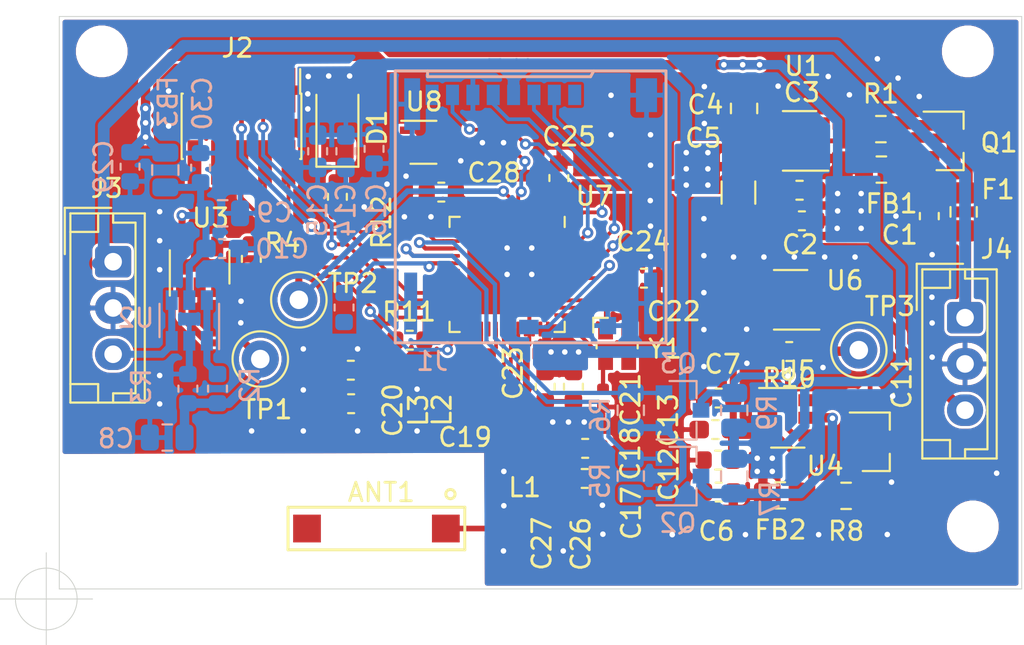
<source format=kicad_pcb>
(kicad_pcb (version 20171130) (host pcbnew 5.1.4-3.fc30)
  (layers (0 F.Cu signal) (31 B.Cu signal) (34 B.Paste user) (35 F.Paste user) (36 B.SilkS user) (37 F.SilkS user) (38 B.Mask user) (39 F.Mask user) (44 Edge.Cuts user))
  (net 0 "")
  (net 1 "Net-(ANT1-Pad2)")
  (net 2 "Net-(ANT1-Pad1)")
  (net 3 GND)
  (net 4 "Net-(C1-Pad1)")
  (net 5 +5V)
  (net 6 "Net-(C4-Pad1)")
  (net 7 +3V3)
  (net 8 "Net-(C8-Pad1)")
  (net 9 "Net-(C11-Pad1)")
  (net 10 "Net-(C18-Pad1)")
  (net 11 "Net-(C19-Pad2)")
  (net 12 /nRF51822/VDD_PA)
  (net 13 "Net-(C21-Pad1)")
  (net 14 "Net-(C22-Pad1)")
  (net 15 "Net-(C23-Pad1)")
  (net 16 "Net-(C24-Pad1)")
  (net 17 "Net-(D1-Pad1)")
  (net 18 "Net-(F1-Pad1)")
  (net 19 VIN)
  (net 20 "Net-(J1-Pad1)")
  (net 21 /nRF51822/uSD_CS)
  (net 22 /nRF51822/uSD_MOSI)
  (net 23 /nRF51822/uSD_CLK)
  (net 24 /nRF51822/uSD_MISO)
  (net 25 "Net-(J1-Pad8)")
  (net 26 /nRF51822/uSD_DETECT)
  (net 27 /Connectors/SWDIO)
  (net 28 /Connectors/UART_TX)
  (net 29 /Connectors/SWDCLK)
  (net 30 /Connectors/UART_RX)
  (net 31 /nRF51822/DbgIO)
  (net 32 "Net-(J2-Pad8)")
  (net 33 "Net-(J2-Pad10)")
  (net 34 /Connectors/SIG_IN)
  (net 35 /Connectors/DAC_OUT)
  (net 36 "Net-(L2-Pad1)")
  (net 37 "Net-(Q1-Pad1)")
  (net 38 "Net-(Q2-Pad3)")
  (net 39 /AnalogSections/DAC_SCL)
  (net 40 /AnalogSections/DAC_SDA)
  (net 41 "Net-(Q3-Pad3)")
  (net 42 "Net-(R2-Pad2)")
  (net 43 /AnalogSections/AVin)
  (net 44 "Net-(R4-Pad2)")
  (net 45 "Net-(R10-Pad1)")
  (net 46 "Net-(R10-Pad2)")
  (net 47 "Net-(R12-Pad2)")
  (net 48 "Net-(U7-Pad2)")
  (net 49 "Net-(U7-Pad3)")
  (net 50 "Net-(U7-Pad4)")
  (net 51 "Net-(U7-Pad7)")
  (net 52 "Net-(U7-Pad8)")
  (net 53 "Net-(U7-Pad9)")
  (net 54 "Net-(U7-Pad10)")
  (net 55 "Net-(U7-Pad11)")
  (net 56 "Net-(U7-Pad18)")
  (net 57 "Net-(U7-Pad19)")
  (net 58 "Net-(U7-Pad20)")
  (net 59 "Net-(U7-Pad28)")
  (net 60 "Net-(U7-Pad45)")
  (net 61 "Net-(U7-Pad46)")
  (net 62 "Net-(U7-Pad40)")
  (net 63 "Net-(U7-Pad41)")
  (net 64 /AnalogSections/5VanalogDAC)
  (net 65 /AnalogSections/5VanalogADC)
  (net 66 /nRF51822/TempSensor)
  (net 67 "Net-(U8-Pad5)")
  (net 68 "Net-(U8-Pad1)")
  (net 69 "Net-(R13-Pad2)")
  (net 70 "Net-(R13-Pad1)")
  (net 71 "Net-(R14-Pad2)")
  (net 72 "Net-(R14-Pad1)")
  (net 73 "Net-(R15-Pad2)")
  (net 74 "Net-(R15-Pad1)")
  (module Resistor_SMD:R_0603_1608Metric (layer B.Cu) (at 186.00928 136.28116 90)
    (fp_text reference R15)
    (fp_text value DNP)
    (pad 2 smd roundrect (at 0.7875 0 90) (size 0.875 0.95) (layers B.Cu B.Paste B.Mask) (net 73 "Net-(R15-Pad2)"))
    (pad 1 smd roundrect (at -0.7875 0 90) (size 0.875 0.95) (layers B.Cu B.Paste B.Mask) (net 74 "Net-(R15-Pad1)"))
  )
  (module Resistor_SMD:R_0603_1608Metric (layer F.Cu) (at 186.39028 141.478)
    (fp_text reference R14)
    (fp_text value DNP)
    (pad 2 smd roundrect (at 0.7875 0) (size 0.875 0.95) (layers F.Cu F.Paste F.Mask) (net 71 "Net-(R14-Pad2)"))
    (pad 1 smd roundrect (at -0.7875 0) (size 0.875 0.95) (layers F.Cu F.Paste F.Mask) (net 72 "Net-(R14-Pad1)"))
  )
  (module Resistor_SMD:R_0603_1608Metric (layer F.Cu) (at 186.37504 139.66952)
    (fp_text reference R13)
    (fp_text value DNP)
    (pad 2 smd roundrect (at 0.7875 0) (size 0.875 0.95) (layers F.Cu F.Paste F.Mask) (net 69 "Net-(R13-Pad2)"))
    (pad 1 smd roundrect (at -0.7875 0) (size 0.875 0.95) (layers F.Cu F.Paste F.Mask) (net 70 "Net-(R13-Pad1)"))
  )
  (module MountingHole:MountingHole_2.5mm (layer F.Cu) (at 219.70492 122.44324)
    (fp_text reference H4)
    (fp_text value MountingHole)
    (pad 1 np_thru_hole circle (at 0 0) (size 2.5 2.5) (drill 2.5) (layers *.Cu *.Mask))
  )
  (module MountingHole:MountingHole_2.5mm (layer F.Cu) (at 172.91812 148.1074)
    (fp_text reference H3)
    (fp_text value MountingHole)
    (pad "" np_thru_hole circle (at 0 0) (size 2.5 2.5) (drill 2.5) (layers *.Cu *.Mask))
  )
  (module MountingHole:MountingHole_2.5mm (layer F.Cu) (at 219.97924 148.1074)
    (fp_text reference H2)
    (fp_text value MountingHole)
    (pad 1 np_thru_hole circle (at 0 0) (size 2.5 2.5) (drill 2.5) (layers *.Cu *.Mask))
  )
  (module MountingHole:MountingHole_2.5mm (layer F.Cu) (at 172.91812 122.44324)
    (fp_text reference H1)
    (fp_text value MountingHole)
    (pad "" np_thru_hole circle (at 0 0) (size 2.5 2.5) (drill 2.5) (layers *.Cu *.Mask))
  )
  (module Package_TO_SOT_SMD:SOT-353_SC-70-5 (layer F.Cu) (at 190.2968 127.3556)
    (fp_text reference U8 (at 0.03048 -2.18948) (layer F.SilkS))
    (fp_text value MCP9700T-ELT)
    (pad 5 smd rect (at 0.95 -0.65) (size 0.65 0.4) (layers F.Cu F.Paste F.Mask) (net 67 "Net-(U8-Pad5)"))
    (pad 4 smd rect (at 0.95 0.65) (size 0.65 0.4) (layers F.Cu F.Paste F.Mask) (net 7 +3V3))
    (pad 2 smd rect (at -0.95 0) (size 0.65 0.4) (layers F.Cu F.Paste F.Mask) (net 3 GND))
    (pad 3 smd rect (at -0.95 0.65) (size 0.65 0.4) (layers F.Cu F.Paste F.Mask) (net 66 /nRF51822/TempSensor))
    (pad 1 smd rect (at -0.95 -0.65) (size 0.65 0.4) (layers F.Cu F.Paste F.Mask) (net 68 "Net-(U8-Pad1)"))
  )
  (module Inductor_SMD:L_0805_2012Metric (layer B.Cu) (at 176.3522 128.8542 90)
    (fp_text reference FB3 (at 3.67792 0.14224 90) (layer B.SilkS) (effects (justify mirror)))
    (fp_text value BLM21PG600SN1D)
    (pad 2 smd roundrect (at 0.9375 0 90) (size 0.975 1.4) (layers B.Cu B.Paste B.Mask) (net 5 +5V))
    (pad 1 smd roundrect (at -0.9375 0 90) (size 0.975 1.4) (layers B.Cu B.Paste B.Mask) (net 65 /AnalogSections/5VanalogADC))
  )
  (module Capacitor_SMD:C_0603_1608Metric (layer B.Cu) (at 178.2572 128.7272 90)
    (fp_text reference C30 (at 3.46964 0.09652 270) (layer B.SilkS) (effects (justify mirror)))
    (fp_text value 100n)
    (pad 2 smd roundrect (at 0.7875 0 90) (size 0.875 0.95) (layers B.Cu B.Paste B.Mask) (net 3 GND))
    (pad 1 smd roundrect (at -0.7875 0 90) (size 0.875 0.95) (layers B.Cu B.Paste B.Mask) (net 65 /AnalogSections/5VanalogADC))
  )
  (module Capacitor_SMD:C_0603_1608Metric (layer B.Cu) (at 174.4472 128.6764 270)
    (fp_text reference C29 (at 0 1.43 270) (layer B.SilkS) (effects (justify mirror)))
    (fp_text value 1uF)
    (pad 2 smd roundrect (at 0.7875 0 270) (size 0.875 0.95) (layers B.Cu B.Paste B.Mask) (net 3 GND))
    (pad 1 smd roundrect (at -0.7875 0 270) (size 0.875 0.95) (layers B.Cu B.Paste B.Mask) (net 5 +5V))
  )
  (module Package_TO_SOT_SMD:SOT-23-6 (layer F.Cu) (at 209.9818 142.24)
    (fp_text reference U5 (at 0.508 -2.54) (layer F.SilkS))
    (fp_text value MCP4726AxT-E_CH)
    (pad 5 smd rect (at 1.1 0) (size 1.06 0.65) (layers F.Cu F.Paste F.Mask) (net 38 "Net-(Q2-Pad3)"))
    (pad 6 smd rect (at 1.1 -0.95) (size 1.06 0.65) (layers F.Cu F.Paste F.Mask) (net 9 "Net-(C11-Pad1)"))
    (pad 4 smd rect (at 1.1 0.95) (size 1.06 0.65) (layers F.Cu F.Paste F.Mask) (net 41 "Net-(Q3-Pad3)"))
    (pad 3 smd rect (at -1.1 0.95) (size 1.06 0.65) (layers F.Cu F.Paste F.Mask) (net 64 /AnalogSections/5VanalogDAC))
    (pad 2 smd rect (at -1.1 0) (size 1.06 0.65) (layers F.Cu F.Paste F.Mask) (net 3 GND))
    (pad 1 smd rect (at -1.1 -0.95) (size 1.06 0.65) (layers F.Cu F.Paste F.Mask) (net 46 "Net-(R10-Pad2)"))
  )
  (module Package_DFN_QFN:QFN-48-1EP_6x6mm_P0.4mm_EP4.6x4.6mm (layer F.Cu) (at 194.818 134.493 270)
    (fp_text reference U7 (at -4.23164 -4.70408 180) (layer F.SilkS))
    (fp_text value nRF51822-QFAA)
    (pad 49 smd roundrect (at 0 0 270) (size 4.3 4.3) (layers F.Cu F.Mask) (roundrect_rratio 0.064) (net 3 GND))
    (pad 1 smd roundrect (at -2.95 -2.2 270) (size 0.8 0.2) (layers F.Cu F.Paste F.Mask) (net 7 +3V3))
    (pad 2 smd roundrect (at -2.95 -1.8 270) (size 0.8 0.2) (layers F.Cu F.Paste F.Mask) (net 48 "Net-(U7-Pad2)"))
    (pad 3 smd roundrect (at -2.95 -1.4 270) (size 0.8 0.2) (layers F.Cu F.Paste F.Mask) (net 49 "Net-(U7-Pad3)"))
    (pad 4 smd roundrect (at -2.95 -1 270) (size 0.8 0.2) (layers F.Cu F.Paste F.Mask) (net 50 "Net-(U7-Pad4)"))
    (pad 5 smd roundrect (at -2.95 -0.6 270) (size 0.8 0.2) (layers F.Cu F.Paste F.Mask) (net 66 /nRF51822/TempSensor))
    (pad 6 smd roundrect (at -2.95 -0.2 270) (size 0.8 0.2) (layers F.Cu F.Paste F.Mask) (net 43 /AnalogSections/AVin))
    (pad 7 smd roundrect (at -2.95 0.2 270) (size 0.8 0.2) (layers F.Cu F.Paste F.Mask) (net 51 "Net-(U7-Pad7)"))
    (pad 8 smd roundrect (at -2.95 0.6 270) (size 0.8 0.2) (layers F.Cu F.Paste F.Mask) (net 52 "Net-(U7-Pad8)"))
    (pad 9 smd roundrect (at -2.95 1 270) (size 0.8 0.2) (layers F.Cu F.Paste F.Mask) (net 53 "Net-(U7-Pad9)"))
    (pad 10 smd roundrect (at -2.95 1.4 270) (size 0.8 0.2) (layers F.Cu F.Paste F.Mask) (net 54 "Net-(U7-Pad10)"))
    (pad 11 smd roundrect (at -2.95 1.8 270) (size 0.8 0.2) (layers F.Cu F.Paste F.Mask) (net 55 "Net-(U7-Pad11)"))
    (pad 12 smd roundrect (at -2.95 2.2 270) (size 0.8 0.2) (layers F.Cu F.Paste F.Mask) (net 7 +3V3))
    (pad 13 smd roundrect (at -2.2 2.95 270) (size 0.2 0.8) (layers F.Cu F.Paste F.Mask) (net 3 GND))
    (pad 14 smd roundrect (at -1.8 2.95 270) (size 0.2 0.8) (layers F.Cu F.Paste F.Mask) (net 47 "Net-(R12-Pad2)"))
    (pad 15 smd roundrect (at -1.4 2.95 270) (size 0.2 0.8) (layers F.Cu F.Paste F.Mask) (net 40 /AnalogSections/DAC_SDA))
    (pad 16 smd roundrect (at -1 2.95 270) (size 0.2 0.8) (layers F.Cu F.Paste F.Mask) (net 39 /AnalogSections/DAC_SCL))
    (pad 17 smd roundrect (at -0.6 2.95 270) (size 0.2 0.8) (layers F.Cu F.Paste F.Mask) (net 73 "Net-(R15-Pad2)"))
    (pad 18 smd roundrect (at -0.2 2.95 270) (size 0.2 0.8) (layers F.Cu F.Paste F.Mask) (net 56 "Net-(U7-Pad18)"))
    (pad 19 smd roundrect (at 0.2 2.95 270) (size 0.2 0.8) (layers F.Cu F.Paste F.Mask) (net 57 "Net-(U7-Pad19)"))
    (pad 20 smd roundrect (at 0.6 2.95 270) (size 0.2 0.8) (layers F.Cu F.Paste F.Mask) (net 58 "Net-(U7-Pad20)"))
    (pad 21 smd roundrect (at 1 2.95 270) (size 0.2 0.8) (layers F.Cu F.Paste F.Mask) (net 30 /Connectors/UART_RX))
    (pad 22 smd roundrect (at 1.4 2.95 270) (size 0.2 0.8) (layers F.Cu F.Paste F.Mask) (net 28 /Connectors/UART_TX))
    (pad 23 smd roundrect (at 1.8 2.95 270) (size 0.2 0.8) (layers F.Cu F.Paste F.Mask) (net 27 /Connectors/SWDIO))
    (pad 24 smd roundrect (at 2.2 2.95 270) (size 0.2 0.8) (layers F.Cu F.Paste F.Mask) (net 29 /Connectors/SWDCLK))
    (pad 25 smd roundrect (at 2.95 2.2 270) (size 0.8 0.2) (layers F.Cu F.Paste F.Mask) (net 31 /nRF51822/DbgIO))
    (pad 26 smd roundrect (at 2.95 1.8 270) (size 0.8 0.2) (layers F.Cu F.Paste F.Mask) (net 69 "Net-(R13-Pad2)"))
    (pad 27 smd roundrect (at 2.95 1.4 270) (size 0.8 0.2) (layers F.Cu F.Paste F.Mask) (net 71 "Net-(R14-Pad2)"))
    (pad 28 smd roundrect (at 2.95 1 270) (size 0.8 0.2) (layers F.Cu F.Paste F.Mask) (net 59 "Net-(U7-Pad28)"))
    (pad 29 smd roundrect (at 2.95 0.6 270) (size 0.8 0.2) (layers F.Cu F.Paste F.Mask) (net 15 "Net-(C23-Pad1)"))
    (pad 30 smd roundrect (at 2.95 0.2 270) (size 0.8 0.2) (layers F.Cu F.Paste F.Mask) (net 12 /nRF51822/VDD_PA))
    (pad 31 smd roundrect (at 2.95 -0.2 270) (size 0.8 0.2) (layers F.Cu F.Paste F.Mask) (net 36 "Net-(L2-Pad1)"))
    (pad 32 smd roundrect (at 2.95 -0.6 270) (size 0.8 0.2) (layers F.Cu F.Paste F.Mask) (net 11 "Net-(C19-Pad2)"))
    (pad 33 smd roundrect (at 2.95 -1 270) (size 0.8 0.2) (layers F.Cu F.Paste F.Mask) (net 3 GND))
    (pad 34 smd roundrect (at 2.95 -1.4 270) (size 0.8 0.2) (layers F.Cu F.Paste F.Mask) (net 3 GND))
    (pad 35 smd roundrect (at 2.95 -1.8 270) (size 0.8 0.2) (layers F.Cu F.Paste F.Mask) (net 7 +3V3))
    (pad 36 smd roundrect (at 2.95 -2.2 270) (size 0.8 0.2) (layers F.Cu F.Paste F.Mask) (net 7 +3V3))
    (pad 37 smd roundrect (at 2.2 -2.95 270) (size 0.2 0.8) (layers F.Cu F.Paste F.Mask) (net 13 "Net-(C21-Pad1)"))
    (pad 38 smd roundrect (at 1.8 -2.95 270) (size 0.2 0.8) (layers F.Cu F.Paste F.Mask) (net 14 "Net-(C22-Pad1)"))
    (pad 39 smd roundrect (at 1.4 -2.95 270) (size 0.2 0.8) (layers F.Cu F.Paste F.Mask) (net 16 "Net-(C24-Pad1)"))
    (pad 40 smd roundrect (at 1 -2.95 270) (size 0.2 0.8) (layers F.Cu F.Paste F.Mask) (net 62 "Net-(U7-Pad40)"))
    (pad 41 smd roundrect (at 0.6 -2.95 270) (size 0.2 0.8) (layers F.Cu F.Paste F.Mask) (net 63 "Net-(U7-Pad41)"))
    (pad 42 smd roundrect (at 0.2 -2.95 270) (size 0.2 0.8) (layers F.Cu F.Paste F.Mask) (net 26 /nRF51822/uSD_DETECT))
    (pad 43 smd roundrect (at -0.2 -2.95 270) (size 0.2 0.8) (layers F.Cu F.Paste F.Mask) (net 21 /nRF51822/uSD_CS))
    (pad 44 smd roundrect (at -0.6 -2.95 270) (size 0.2 0.8) (layers F.Cu F.Paste F.Mask) (net 22 /nRF51822/uSD_MOSI))
    (pad 45 smd roundrect (at -1 -2.95 270) (size 0.2 0.8) (layers F.Cu F.Paste F.Mask) (net 60 "Net-(U7-Pad45)"))
    (pad 46 smd roundrect (at -1.4 -2.95 270) (size 0.2 0.8) (layers F.Cu F.Paste F.Mask) (net 61 "Net-(U7-Pad46)"))
    (pad 47 smd roundrect (at -1.8 -2.95 270) (size 0.2 0.8) (layers F.Cu F.Paste F.Mask) (net 24 /nRF51822/uSD_MISO))
    (pad 48 smd roundrect (at -2.2 -2.95 270) (size 0.2 0.8) (layers F.Cu F.Paste F.Mask) (net 23 /nRF51822/uSD_CLK))
  )
  (module My_RF_Antenna:2.4GHz_ISM_antenna_RFANT8010080A3T (layer F.Cu) (at 187.7568 148.2217 270)
    (fp_text reference ANT1 (at -1.9558 -0.2667) (layer F.SilkS))
    (fp_text value 2450AT18A100E)
    (pad 2 smd rect (at 0 3.75 270) (size 1.5 1.5) (layers F.Cu F.Paste F.Mask) (net 1 "Net-(ANT1-Pad2)"))
    (pad 1 smd rect (at 0 -3.75 270) (size 1.5 1.5) (layers F.Cu F.Paste F.Mask) (net 2 "Net-(ANT1-Pad1)"))
  )
  (module Capacitor_SMD:C_0603_1608Metric_Pad1.05x0.95mm_HandSolder (layer F.Cu) (at 217.6272 131.3434 270)
    (fp_text reference C1 (at 1.016 1.6002 180) (layer F.SilkS))
    (fp_text value "4u7 X5R")
    (pad 2 smd roundrect (at 0.875 0 270) (size 1.05 0.95) (layers F.Cu F.Paste F.Mask) (net 3 GND))
    (pad 1 smd roundrect (at -0.875 0 270) (size 1.05 0.95) (layers F.Cu F.Paste F.Mask) (net 4 "Net-(C1-Pad1)"))
  )
  (module Capacitor_SMD:C_0603_1608Metric (layer F.Cu) (at 210.7438 131.5974 180)
    (fp_text reference C2 (at 0.1016 -1.28524) (layer F.SilkS))
    (fp_text value 100n)
    (pad 1 smd roundrect (at -0.7875 0 180) (size 0.875 0.95) (layers F.Cu F.Paste F.Mask) (net 5 +5V))
    (pad 2 smd roundrect (at 0.7875 0 180) (size 0.875 0.95) (layers F.Cu F.Paste F.Mask) (net 3 GND))
  )
  (module Capacitor_SMD:C_0603_1608Metric_Pad1.05x0.95mm_HandSolder (layer F.Cu) (at 210.6168 129.9464 180)
    (fp_text reference C3 (at -0.12192 5.2832) (layer F.SilkS))
    (fp_text value "4u7 X5R")
    (pad 2 smd roundrect (at 0.875 0 180) (size 1.05 0.95) (layers F.Cu F.Paste F.Mask) (net 3 GND))
    (pad 1 smd roundrect (at -0.875 0 180) (size 1.05 0.95) (layers F.Cu F.Paste F.Mask) (net 5 +5V))
  )
  (module Capacitor_SMD:C_0805_2012Metric (layer F.Cu) (at 207.6196 125.5268 90)
    (fp_text reference C4 (at 0.19812 -2.09296 180) (layer F.SilkS))
    (fp_text value "10n X7R")
    (pad 1 smd roundrect (at -0.9375 0 90) (size 0.975 1.4) (layers F.Cu F.Paste F.Mask) (net 6 "Net-(C4-Pad1)"))
    (pad 2 smd roundrect (at 0.9375 0 90) (size 0.975 1.4) (layers F.Cu F.Paste F.Mask) (net 3 GND))
  )
  (module Capacitor_SMD:C_1206_3216Metric (layer F.Cu) (at 207.3148 130.0734 270)
    (fp_text reference C5 (at -2.9464 1.89992 180) (layer F.SilkS))
    (fp_text value "10u X7R")
    (pad 1 smd roundrect (at -1.4 0 270) (size 1.25 1.75) (layers F.Cu F.Paste F.Mask) (roundrect_rratio 0.2) (net 7 +3V3))
    (pad 2 smd roundrect (at 1.4 0 270) (size 1.25 1.75) (layers F.Cu F.Paste F.Mask) (roundrect_rratio 0.2) (net 3 GND))
  )
  (module Capacitor_SMD:C_0603_1608Metric (layer F.Cu) (at 206.248 146.2532 180)
    (fp_text reference C6 (at 0.12192 -2.1082) (layer F.SilkS))
    (fp_text value 1uF)
    (pad 2 smd roundrect (at 0.7875 0 180) (size 0.875 0.95) (layers F.Cu F.Paste F.Mask) (net 3 GND))
    (pad 1 smd roundrect (at -0.7875 0 180) (size 0.875 0.95) (layers F.Cu F.Paste F.Mask) (net 5 +5V))
  )
  (module Capacitor_SMD:C_0603_1608Metric (layer F.Cu) (at 206.248 141.1732 180)
    (fp_text reference C7 (at -0.20828 1.8288) (layer F.SilkS))
    (fp_text value 100n)
    (pad 1 smd roundrect (at -0.7875 0 180) (size 0.875 0.95) (layers F.Cu F.Paste F.Mask) (net 64 /AnalogSections/5VanalogDAC))
    (pad 2 smd roundrect (at 0.7875 0 180) (size 0.875 0.95) (layers F.Cu F.Paste F.Mask) (net 3 GND))
  )
  (module Capacitor_SMD:C_0805_2012Metric (layer B.Cu) (at 176.4538 143.3068 180)
    (fp_text reference C8 (at 2.7686 -0.05588 180) (layer B.SilkS) (effects (justify mirror)))
    (fp_text value 100pF)
    (pad 1 smd roundrect (at -0.9375 0 180) (size 0.975 1.4) (layers B.Cu B.Paste B.Mask) (net 8 "Net-(C8-Pad1)"))
    (pad 2 smd roundrect (at 0.9375 0 180) (size 0.975 1.4) (layers B.Cu B.Paste B.Mask) (net 3 GND))
  )
  (module Capacitor_SMD:C_0805_2012Metric (layer B.Cu) (at 179.451 131.191)
    (fp_text reference C9 (at 2.794 -0.03048 180) (layer B.SilkS) (effects (justify mirror)))
    (fp_text value 10nF)
    (pad 2 smd roundrect (at 0.9375 0) (size 0.975 1.4) (layers B.Cu B.Paste B.Mask) (net 3 GND))
    (pad 1 smd roundrect (at -0.9375 0) (size 0.975 1.4) (layers B.Cu B.Paste B.Mask) (net 65 /AnalogSections/5VanalogADC))
  )
  (module Capacitor_SMD:C_0603_1608Metric_Pad1.05x0.95mm_HandSolder (layer B.Cu) (at 179.4256 133.096)
    (fp_text reference C10 (at 3.24104 0.01524 180) (layer B.SilkS) (effects (justify mirror)))
    (fp_text value "4u7 X5R")
    (pad 2 smd roundrect (at 0.875 0) (size 1.05 0.95) (layers B.Cu B.Paste B.Mask) (net 3 GND))
    (pad 1 smd roundrect (at -0.875 0) (size 1.05 0.95) (layers B.Cu B.Paste B.Mask) (net 65 /AnalogSections/5VanalogADC))
  )
  (module Capacitor_SMD:C_0402_1005Metric (layer F.Cu) (at 213.9442 141.1224)
    (fp_text reference C11 (at 2.19964 -0.80772 90) (layer F.SilkS))
    (fp_text value 1nF-DNP)
    (pad 1 smd roundrect (at -0.485 0) (size 0.59 0.64) (layers F.Cu F.Paste F.Mask) (net 9 "Net-(C11-Pad1)"))
    (pad 2 smd roundrect (at 0.485 0) (size 0.59 0.64) (layers F.Cu F.Paste F.Mask) (net 3 GND))
  )
  (module Capacitor_SMD:C_0603_1608Metric (layer F.Cu) (at 206.2226 144.526 180)
    (fp_text reference C12 (at 2.667 -0.762 270) (layer F.SilkS))
    (fp_text value 100n)
    (pad 2 smd roundrect (at 0.7875 0 180) (size 0.875 0.95) (layers F.Cu F.Paste F.Mask) (net 3 GND))
    (pad 1 smd roundrect (at -0.7875 0 180) (size 0.875 0.95) (layers F.Cu F.Paste F.Mask) (net 64 /AnalogSections/5VanalogDAC))
  )
  (module Capacitor_SMD:C_0603_1608Metric_Pad1.05x0.95mm_HandSolder (layer F.Cu) (at 206.0702 142.875 180)
    (fp_text reference C13 (at 2.54 0.508 270) (layer F.SilkS))
    (fp_text value "4u7 X5R")
    (pad 1 smd roundrect (at -0.875 0 180) (size 1.05 0.95) (layers F.Cu F.Paste F.Mask) (net 64 /AnalogSections/5VanalogDAC))
    (pad 2 smd roundrect (at 0.875 0 180) (size 1.05 0.95) (layers F.Cu F.Paste F.Mask) (net 3 GND))
  )
  (module Capacitor_SMD:C_0603_1608Metric_Pad1.05x0.95mm_HandSolder (layer B.Cu) (at 186.1058 127.8382 270)
    (fp_text reference C14 (at 3.175 0 270) (layer B.SilkS) (effects (justify mirror)))
    (fp_text value "4u7 X5R")
    (pad 1 smd roundrect (at -0.875 0 270) (size 1.05 0.95) (layers B.Cu B.Paste B.Mask) (net 7 +3V3))
    (pad 2 smd roundrect (at 0.875 0 270) (size 1.05 0.95) (layers B.Cu B.Paste B.Mask) (net 3 GND))
  )
  (module Capacitor_SMD:C_0603_1608Metric_Pad1.05x0.95mm_HandSolder (layer B.Cu) (at 184.5818 127.8382 270)
    (fp_text reference C15 (at 3.175 0 270) (layer B.SilkS) (effects (justify mirror)))
    (fp_text value "4u7 X5R")
    (pad 1 smd roundrect (at -0.875 0 270) (size 1.05 0.95) (layers B.Cu B.Paste B.Mask) (net 7 +3V3))
    (pad 2 smd roundrect (at 0.875 0 270) (size 1.05 0.95) (layers B.Cu B.Paste B.Mask) (net 3 GND))
  )
  (module Capacitor_SMD:C_0603_1608Metric (layer B.Cu) (at 187.6298 127.7112 270)
    (fp_text reference C16 (at 3.302 -0.127 270) (layer B.SilkS) (effects (justify mirror)))
    (fp_text value 100n)
    (pad 2 smd roundrect (at 0.7875 0 270) (size 0.875 0.95) (layers B.Cu B.Paste B.Mask) (net 3 GND))
    (pad 1 smd roundrect (at -0.7875 0 270) (size 0.875 0.95) (layers B.Cu B.Paste B.Mask) (net 7 +3V3))
  )
  (module Capacitor_SMD:C_0603_1608Metric (layer F.Cu) (at 199.009 145.5166)
    (fp_text reference C17 (at 2.5146 1.87452 90) (layer F.SilkS))
    (fp_text value "1.5pF NP0")
    (pad 1 smd roundrect (at -0.7875 0) (size 0.875 0.95) (layers F.Cu F.Paste F.Mask) (net 2 "Net-(ANT1-Pad1)"))
    (pad 2 smd roundrect (at 0.7875 0) (size 0.875 0.95) (layers F.Cu F.Paste F.Mask) (net 3 GND))
  )
  (module Capacitor_SMD:C_0603_1608Metric (layer F.Cu) (at 199.0344 143.891)
    (fp_text reference C18 (at 2.44856 0.2794 270) (layer F.SilkS))
    (fp_text value "1pF NP0")
    (pad 2 smd roundrect (at 0.7875 0) (size 0.875 0.95) (layers F.Cu F.Paste F.Mask) (net 3 GND))
    (pad 1 smd roundrect (at -0.7875 0) (size 0.875 0.95) (layers F.Cu F.Paste F.Mask) (net 10 "Net-(C18-Pad1)"))
  )
  (module Capacitor_SMD:C_0402_1005Metric (layer F.Cu) (at 195.6816 143.2306 90)
    (fp_text reference C19 (at -0.06096 -3.13436 180) (layer F.SilkS))
    (fp_text value 2.2pF)
    (pad 2 smd roundrect (at 0.485 0 90) (size 0.59 0.64) (layers F.Cu F.Paste F.Mask) (net 11 "Net-(C19-Pad2)"))
    (pad 1 smd roundrect (at -0.485 0 90) (size 0.59 0.64) (layers F.Cu F.Paste F.Mask) (net 10 "Net-(C18-Pad1)"))
  )
  (module Capacitor_SMD:C_0402_1005Metric (layer F.Cu) (at 192.5574 141.5288 90)
    (fp_text reference C20 (at -0.29972 -3.92176 90) (layer F.SilkS))
    (fp_text value "2.2nF X7R")
    (pad 1 smd roundrect (at -0.485 0 90) (size 0.59 0.64) (layers F.Cu F.Paste F.Mask) (net 3 GND))
    (pad 2 smd roundrect (at 0.485 0 90) (size 0.59 0.64) (layers F.Cu F.Paste F.Mask) (net 12 /nRF51822/VDD_PA))
  )
  (module Capacitor_SMD:C_0402_1005Metric (layer F.Cu) (at 199.9996 141.1732 270)
    (fp_text reference C21 (at 0.09144 -1.49352 270) (layer F.SilkS))
    (fp_text value "12pF NP0")
    (pad 1 smd roundrect (at -0.485 0 270) (size 0.59 0.64) (layers F.Cu F.Paste F.Mask) (net 13 "Net-(C21-Pad1)"))
    (pad 2 smd roundrect (at 0.485 0 270) (size 0.59 0.64) (layers F.Cu F.Paste F.Mask) (net 3 GND))
  )
  (module Capacitor_SMD:C_0402_1005Metric (layer F.Cu) (at 200.6346 135.9662)
    (fp_text reference C22 (at 3.18516 0.52832) (layer F.SilkS))
    (fp_text value "12pF NP0")
    (pad 2 smd roundrect (at 0.485 0) (size 0.59 0.64) (layers F.Cu F.Paste F.Mask) (net 3 GND))
    (pad 1 smd roundrect (at -0.485 0) (size 0.59 0.64) (layers F.Cu F.Paste F.Mask) (net 14 "Net-(C22-Pad1)"))
  )
  (module Capacitor_SMD:C_0402_1005Metric (layer F.Cu) (at 193.89344 139.2682 270)
    (fp_text reference C23 (at 0.56388 -1.23952 270) (layer F.SilkS))
    (fp_text value 47nF)
    (pad 2 smd roundrect (at 0.485 0 270) (size 0.59 0.64) (layers F.Cu F.Paste F.Mask) (net 3 GND))
    (pad 1 smd roundrect (at -0.485 0 270) (size 0.59 0.64) (layers F.Cu F.Paste F.Mask) (net 15 "Net-(C23-Pad1)"))
  )
  (module Capacitor_SMD:C_0603_1608Metric (layer F.Cu) (at 202.2094 134.6962)
    (fp_text reference C24 (at -0.04064 -1.97104) (layer F.SilkS))
    (fp_text value 100n)
    (pad 2 smd roundrect (at 0.7875 0) (size 0.875 0.95) (layers F.Cu F.Paste F.Mask) (net 3 GND))
    (pad 1 smd roundrect (at -0.7875 0) (size 0.875 0.95) (layers F.Cu F.Paste F.Mask) (net 16 "Net-(C24-Pad1)"))
  )
  (module Capacitor_SMD:C_0603_1608Metric (layer F.Cu) (at 197.612 129.286 270)
    (fp_text reference C25 (at -2.2352 -0.55372 180) (layer F.SilkS))
    (fp_text value 100n)
    (pad 1 smd roundrect (at -0.7875 0 270) (size 0.875 0.95) (layers F.Cu F.Paste F.Mask) (net 3 GND))
    (pad 2 smd roundrect (at 0.7875 0 270) (size 0.875 0.95) (layers F.Cu F.Paste F.Mask) (net 7 +3V3))
  )
  (module Capacitor_SMD:C_0603_1608Metric (layer F.Cu) (at 198.3994 140.5636 90)
    (fp_text reference C26 (at -8.49376 0.40132 90) (layer F.SilkS))
    (fp_text value 100n)
    (pad 1 smd roundrect (at -0.7875 0 90) (size 0.875 0.95) (layers F.Cu F.Paste F.Mask) (net 3 GND))
    (pad 2 smd roundrect (at 0.7875 0 90) (size 0.875 0.95) (layers F.Cu F.Paste F.Mask) (net 7 +3V3))
  )
  (module Capacitor_SMD:C_0603_1608Metric (layer F.Cu) (at 196.8754 140.5636 90)
    (fp_text reference C27 (at -8.47344 -0.18288 270) (layer F.SilkS))
    (fp_text value 1nF)
    (pad 1 smd roundrect (at -0.7875 0 90) (size 0.875 0.95) (layers F.Cu F.Paste F.Mask) (net 3 GND))
    (pad 2 smd roundrect (at 0.7875 0 90) (size 0.875 0.95) (layers F.Cu F.Paste F.Mask) (net 7 +3V3))
  )
  (module LED_SMD:LED_1206_3216Metric (layer F.Cu) (at 185.6486 126.3904 90)
    (fp_text reference D1 (at -0.1778 2.14884 90) (layer F.SilkS))
    (fp_text value LED_Green)
    (pad 1 smd roundrect (at -1.4 0 90) (size 1.25 1.75) (layers F.Cu F.Paste F.Mask) (roundrect_rratio 0.2) (net 17 "Net-(D1-Pad1)"))
    (pad 2 smd roundrect (at 1.4 0 90) (size 1.25 1.75) (layers F.Cu F.Paste F.Mask) (roundrect_rratio 0.2) (net 7 +3V3))
  )
  (module Fuse:Fuse_0805_2012Metric_Pad1.15x1.40mm_HandSolder (layer F.Cu) (at 219.4814 131.1148 270)
    (fp_text reference F1 (at -1.20396 -1.8542 180) (layer F.SilkS))
    (fp_text value 0ZCK0035FF2G)
    (pad 1 smd roundrect (at -1.025 0 270) (size 1.15 1.4) (layers F.Cu F.Paste F.Mask) (roundrect_rratio 0.217391) (net 18 "Net-(F1-Pad1)"))
    (pad 2 smd roundrect (at 1.025 0 270) (size 1.15 1.4) (layers F.Cu F.Paste F.Mask) (roundrect_rratio 0.217391) (net 19 VIN))
  )
  (module Inductor_SMD:L_0805_2012Metric (layer F.Cu) (at 215.0364 128.8288)
    (fp_text reference FB1 (at 0.54864 1.84404) (layer F.SilkS))
    (fp_text value BLM21PG600SN1D)
    (pad 1 smd roundrect (at -0.9375 0) (size 0.975 1.4) (layers F.Cu F.Paste F.Mask) (net 5 +5V))
    (pad 2 smd roundrect (at 0.9375 0) (size 0.975 1.4) (layers F.Cu F.Paste F.Mask) (net 4 "Net-(C1-Pad1)"))
  )
  (module Inductor_SMD:L_0805_2012Metric (layer F.Cu) (at 209.5754 146.431 180)
    (fp_text reference FB2 (at -0.00508 -1.85928) (layer F.SilkS))
    (fp_text value BLM21PG600SN1D)
    (pad 2 smd roundrect (at 0.9375 0 180) (size 0.975 1.4) (layers F.Cu F.Paste F.Mask) (net 5 +5V))
    (pad 1 smd roundrect (at -0.9375 0 180) (size 0.975 1.4) (layers F.Cu F.Paste F.Mask) (net 64 /AnalogSections/5VanalogDAC))
  )
  (module My_Connector_card:uSD_MOLEX_503398_1892 (layer B.Cu) (at 196.088 130.81)
    (fp_text reference J1 (at -5.31876 8.37184) (layer B.SilkS) (effects (justify mirror)))
    (fp_text value "MOLEX 503398-1892 ")
    (pad 11 smd rect (at 6.259703 -6.000015) (size 1.14 1.83) (layers B.Cu B.Paste B.Mask) (net 3 GND))
    (pad 11 smd rect (at 6.479703 5.249985) (size 0.7 3.33) (layers B.Cu B.Paste B.Mask) (net 3 GND))
    (pad 1 smd rect (at 2.379703 -6.015015) (size 0.7 1.1) (layers B.Cu B.Paste B.Mask) (net 20 "Net-(J1-Pad1)"))
    (pad 2 smd rect (at 1.279703 -6.015015) (size 0.7 1.1) (layers B.Cu B.Paste B.Mask) (net 21 /nRF51822/uSD_CS))
    (pad 3 smd rect (at 0.179703 -6.015015) (size 0.7 1.1) (layers B.Cu B.Paste B.Mask) (net 22 /nRF51822/uSD_MOSI))
    (pad 4 smd rect (at -0.920297 -6.015015) (size 0.7 1.1) (layers B.Cu B.Paste B.Mask) (net 7 +3V3))
    (pad 5 smd rect (at -2.020297 -6.015015) (size 0.7 1.1) (layers B.Cu B.Paste B.Mask) (net 23 /nRF51822/uSD_CLK))
    (pad 6 smd rect (at -3.120297 -6.015015) (size 0.7 1.1) (layers B.Cu B.Paste B.Mask) (net 3 GND))
    (pad 7 smd rect (at -4.220297 -6.015015) (size 0.7 1.1) (layers B.Cu B.Paste B.Mask) (net 24 /nRF51822/uSD_MISO))
    (pad 8 smd rect (at -5.320297 -6.015015) (size 0.7 1.1) (layers B.Cu B.Paste B.Mask) (net 25 "Net-(J1-Pad8)"))
    (pad 11 smd rect (at -6.400297 -5.515015) (size 0.86 2.8) (layers B.Cu B.Paste B.Mask) (net 3 GND))
    (pad 11 smd rect (at -6.480297 5.249985) (size 0.7 3.33) (layers B.Cu B.Paste B.Mask) (net 3 GND))
    (pad 10 smd rect (at -0.095297 6.524985) (size 1.05 0.78) (layers B.Cu B.Paste B.Mask) (net 26 /nRF51822/uSD_DETECT))
    (pad 9 smd rect (at 4.169703 6.449985) (size 0.9 0.93) (layers B.Cu B.Paste B.Mask) (net 3 GND))
  )
  (module Connector_PinHeader_1.27mm:PinHeader_2x05_P1.27mm_Vertical_SMD (layer F.Cu) (at 180.467 126.492 270)
    (fp_text reference J2 (at -4.23164 0.21844 180) (layer F.SilkS))
    (fp_text value SWD_DEBUG)
    (pad 1 smd rect (at -1.95 -2.54 270) (size 2.4 0.74) (layers F.Cu F.Paste F.Mask) (net 7 +3V3))
    (pad 2 smd rect (at 1.95 -2.54 270) (size 2.4 0.74) (layers F.Cu F.Paste F.Mask) (net 27 /Connectors/SWDIO))
    (pad 3 smd rect (at -1.95 -1.27 270) (size 2.4 0.74) (layers F.Cu F.Paste F.Mask) (net 28 /Connectors/UART_TX))
    (pad 4 smd rect (at 1.95 -1.27 270) (size 2.4 0.74) (layers F.Cu F.Paste F.Mask) (net 29 /Connectors/SWDCLK))
    (pad 5 smd rect (at -1.95 0 270) (size 2.4 0.74) (layers F.Cu F.Paste F.Mask) (net 30 /Connectors/UART_RX))
    (pad 6 smd rect (at 1.95 0 270) (size 2.4 0.74) (layers F.Cu F.Paste F.Mask) (net 31 /nRF51822/DbgIO))
    (pad 7 smd rect (at -1.95 1.27 270) (size 2.4 0.74) (layers F.Cu F.Paste F.Mask) (net 3 GND))
    (pad 8 smd rect (at 1.95 1.27 270) (size 2.4 0.74) (layers F.Cu F.Paste F.Mask) (net 32 "Net-(J2-Pad8)"))
    (pad 9 smd rect (at -1.95 2.54 270) (size 2.4 0.74) (layers F.Cu F.Paste F.Mask) (net 3 GND))
    (pad 10 smd rect (at 1.95 2.54 270) (size 2.4 0.74) (layers F.Cu F.Paste F.Mask) (net 33 "Net-(J2-Pad10)"))
  )
  (module Connector_JST:JST_EH_B3B-EH-A_1x03_P2.50mm_Vertical (layer F.Cu) (at 173.5328 133.8072 270)
    (fp_text reference J3 (at -3.96748 0.34544 180) (layer F.SilkS))
    (fp_text value DPF_P_SENSOR)
    (pad 1 thru_hole roundrect (at 0 0 270) (size 1.7 1.95) (drill 0.95) (layers *.Cu *.Mask) (roundrect_rratio 0.147059) (net 19 VIN))
    (pad 2 thru_hole oval (at 2.5 0 270) (size 1.7 1.95) (drill 0.95) (layers *.Cu *.Mask) (net 3 GND))
    (pad 3 thru_hole oval (at 5 0 270) (size 1.7 1.95) (drill 0.95) (layers *.Cu *.Mask) (net 34 /Connectors/SIG_IN))
  )
  (module Connector_JST:JST_EH_B3B-EH-A_1x03_P2.50mm_Vertical (layer F.Cu) (at 219.5576 136.8298 270)
    (fp_text reference J4 (at -3.69316 -1.69672 180) (layer F.SilkS))
    (fp_text value DPF_P_ECU)
    (pad 3 thru_hole oval (at 5 0 270) (size 1.7 1.95) (drill 0.95) (layers *.Cu *.Mask) (net 35 /Connectors/DAC_OUT))
    (pad 2 thru_hole oval (at 2.5 0 270) (size 1.7 1.95) (drill 0.95) (layers *.Cu *.Mask) (net 3 GND))
    (pad 1 thru_hole roundrect (at 0 0 270) (size 1.7 1.95) (drill 0.95) (layers *.Cu *.Mask) (roundrect_rratio 0.147059) (net 19 VIN))
  )
  (module Inductor_SMD:L_0402_1005Metric (layer F.Cu) (at 196.8754 144.7038 90)
    (fp_text reference L1 (at -1.30048 -1.10744 180) (layer F.SilkS))
    (fp_text value 3.3nH)
    (pad 1 smd roundrect (at -0.485 0 90) (size 0.59 0.64) (layers F.Cu F.Paste F.Mask) (net 2 "Net-(ANT1-Pad1)"))
    (pad 2 smd roundrect (at 0.485 0 90) (size 0.59 0.64) (layers F.Cu F.Paste F.Mask) (net 10 "Net-(C18-Pad1)"))
  )
  (module Inductor_SMD:L_0402_1005Metric (layer F.Cu) (at 194.6402 142.5448 270)
    (fp_text reference L2 (at -0.73152 3.34772 90) (layer F.SilkS))
    (fp_text value 4.7nH)
    (pad 2 smd roundrect (at 0.485 0 270) (size 0.59 0.64) (layers F.Cu F.Paste F.Mask) (net 11 "Net-(C19-Pad2)"))
    (pad 1 smd roundrect (at -0.485 0 270) (size 0.59 0.64) (layers F.Cu F.Paste F.Mask) (net 36 "Net-(L2-Pad1)"))
  )
  (module Inductor_SMD:L_0402_1005Metric (layer F.Cu) (at 193.5988 141.5542 270)
    (fp_text reference L3 (at 0.27432 3.57632 90) (layer F.SilkS))
    (fp_text value 10nH)
    (pad 1 smd roundrect (at -0.485 0 270) (size 0.59 0.64) (layers F.Cu F.Paste F.Mask) (net 12 /nRF51822/VDD_PA))
    (pad 2 smd roundrect (at 0.485 0 270) (size 0.59 0.64) (layers F.Cu F.Paste F.Mask) (net 36 "Net-(L2-Pad1)"))
  )
  (module Package_TO_SOT_SMD:SOT-23 (layer F.Cu) (at 218.7194 127.2794)
    (fp_text reference Q1 (at 2.67208 0.1016 180) (layer F.SilkS))
    (fp_text value DMP3125L-7)
    (pad 3 smd rect (at 1 0) (size 0.9 0.8) (layers F.Cu F.Paste F.Mask) (net 18 "Net-(F1-Pad1)"))
    (pad 2 smd rect (at -1 0.95) (size 0.9 0.8) (layers F.Cu F.Paste F.Mask) (net 4 "Net-(C1-Pad1)"))
    (pad 1 smd rect (at -1 -0.95) (size 0.9 0.8) (layers F.Cu F.Paste F.Mask) (net 37 "Net-(Q1-Pad1)"))
  )
  (module Package_TO_SOT_SMD:SOT-23 (layer B.Cu) (at 204.2922 145.3896)
    (fp_text reference Q2 (at -0.254 2.54) (layer B.SilkS) (effects (justify mirror)))
    (fp_text value BSS131H6327XTSA1)
    (pad 3 smd rect (at 1 0) (size 0.9 0.8) (layers B.Cu B.Paste B.Mask) (net 38 "Net-(Q2-Pad3)"))
    (pad 2 smd rect (at -1 -0.95) (size 0.9 0.8) (layers B.Cu B.Paste B.Mask) (net 39 /AnalogSections/DAC_SCL))
    (pad 1 smd rect (at -1 0.95) (size 0.9 0.8) (layers B.Cu B.Paste B.Mask) (net 7 +3V3))
  )
  (module Package_TO_SOT_SMD:SOT-23 (layer B.Cu) (at 204.2922 141.8336)
    (fp_text reference Q3 (at -0.2286 -2.51968) (layer B.SilkS) (effects (justify mirror)))
    (fp_text value BSS131H6327XTSA1)
    (pad 1 smd rect (at -1 0.95) (size 0.9 0.8) (layers B.Cu B.Paste B.Mask) (net 7 +3V3))
    (pad 2 smd rect (at -1 -0.95) (size 0.9 0.8) (layers B.Cu B.Paste B.Mask) (net 40 /AnalogSections/DAC_SDA))
    (pad 3 smd rect (at 1 0) (size 0.9 0.8) (layers B.Cu B.Paste B.Mask) (net 41 "Net-(Q3-Pad3)"))
  )
  (module Resistor_SMD:R_0805_2012Metric (layer F.Cu) (at 215.011 126.6444 180)
    (fp_text reference R1 (at 0 1.905) (layer F.SilkS))
    (fp_text value 56k)
    (pad 2 smd roundrect (at 0.9375 0 180) (size 0.975 1.4) (layers F.Cu F.Paste F.Mask) (net 3 GND))
    (pad 1 smd roundrect (at -0.9375 0 180) (size 0.975 1.4) (layers F.Cu F.Paste F.Mask) (net 37 "Net-(Q1-Pad1)"))
  )
  (module Resistor_SMD:R_0603_1608Metric (layer B.Cu) (at 179.1716 140.6652 90)
    (fp_text reference R2 (at 0.19304 1.74752 270) (layer B.SilkS) (effects (justify mirror)))
    (fp_text value "2.2k 0.1%")
    (pad 2 smd roundrect (at 0.7875 0 90) (size 0.875 0.95) (layers B.Cu B.Paste B.Mask) (net 42 "Net-(R2-Pad2)"))
    (pad 1 smd roundrect (at -0.7875 0 90) (size 0.875 0.95) (layers B.Cu B.Paste B.Mask) (net 8 "Net-(C8-Pad1)"))
  )
  (module Resistor_SMD:R_0603_1608Metric (layer B.Cu) (at 177.5714 140.6652 270)
    (fp_text reference R3 (at -0.11684 2.5146 270) (layer B.SilkS) (effects (justify mirror)))
    (fp_text value "4,7k 0,1%")
    (pad 1 smd roundrect (at -0.7875 0 270) (size 0.875 0.95) (layers B.Cu B.Paste B.Mask) (net 3 GND))
    (pad 2 smd roundrect (at 0.7875 0 270) (size 0.875 0.95) (layers B.Cu B.Paste B.Mask) (net 8 "Net-(C8-Pad1)"))
  )
  (module Resistor_SMD:R_0603_1608Metric (layer F.Cu) (at 181.0004 133.6548 270)
    (fp_text reference R4 (at -0.85852 -1.68148 180) (layer F.SilkS))
    (fp_text value 10R)
    (pad 1 smd roundrect (at -0.7875 0 270) (size 0.875 0.95) (layers F.Cu F.Paste F.Mask) (net 43 /AnalogSections/AVin))
    (pad 2 smd roundrect (at 0.7875 0 270) (size 0.875 0.95) (layers F.Cu F.Paste F.Mask) (net 44 "Net-(R4-Pad2)"))
  )
  (module Resistor_SMD:R_0805_2012Metric (layer B.Cu) (at 201.4982 145.3896 270)
    (fp_text reference R5 (at 0.254 1.651 270) (layer B.SilkS) (effects (justify mirror)))
    (fp_text value 4,7k)
    (pad 1 smd roundrect (at -0.9375 0 270) (size 0.975 1.4) (layers B.Cu B.Paste B.Mask) (net 39 /AnalogSections/DAC_SCL))
    (pad 2 smd roundrect (at 0.9375 0 270) (size 0.975 1.4) (layers B.Cu B.Paste B.Mask) (net 7 +3V3))
  )
  (module Resistor_SMD:R_0805_2012Metric (layer B.Cu) (at 201.4982 141.8336 270)
    (fp_text reference R6 (at 0.254 1.651 270) (layer B.SilkS) (effects (justify mirror)))
    (fp_text value 4,7k)
    (pad 1 smd roundrect (at -0.9375 0 270) (size 0.975 1.4) (layers B.Cu B.Paste B.Mask) (net 40 /AnalogSections/DAC_SDA))
    (pad 2 smd roundrect (at 0.9375 0 270) (size 0.975 1.4) (layers B.Cu B.Paste B.Mask) (net 7 +3V3))
  )
  (module Resistor_SMD:R_0805_2012Metric (layer B.Cu) (at 207.0862 145.3896 90)
    (fp_text reference R7 (at -1.22428 1.9304 270) (layer B.SilkS) (effects (justify mirror)))
    (fp_text value 4,7k)
    (pad 2 smd roundrect (at 0.9375 0 90) (size 0.975 1.4) (layers B.Cu B.Paste B.Mask) (net 5 +5V))
    (pad 1 smd roundrect (at -0.9375 0 90) (size 0.975 1.4) (layers B.Cu B.Paste B.Mask) (net 38 "Net-(Q2-Pad3)"))
  )
  (module Resistor_SMD:R_0805_2012Metric (layer F.Cu) (at 213.1314 146.4564 180)
    (fp_text reference R8 (at 0 -1.905) (layer F.SilkS))
    (fp_text value 1,8k)
    (pad 2 smd roundrect (at 0.9375 0 180) (size 0.975 1.4) (layers F.Cu F.Paste F.Mask) (net 64 /AnalogSections/5VanalogDAC))
    (pad 1 smd roundrect (at -0.9375 0 180) (size 0.975 1.4) (layers F.Cu F.Paste F.Mask) (net 9 "Net-(C11-Pad1)"))
  )
  (module Resistor_SMD:R_0805_2012Metric (layer B.Cu) (at 207.0862 141.8336 270)
    (fp_text reference R9 (at 0.127 -1.778 270) (layer B.SilkS) (effects (justify mirror)))
    (fp_text value 4,7k)
    (pad 1 smd roundrect (at -0.9375 0 270) (size 0.975 1.4) (layers B.Cu B.Paste B.Mask) (net 41 "Net-(Q3-Pad3)"))
    (pad 2 smd roundrect (at 0.9375 0 270) (size 0.975 1.4) (layers B.Cu B.Paste B.Mask) (net 5 +5V))
  )
  (module Resistor_SMD:R_0603_1608Metric (layer F.Cu) (at 210.058 138.6586 180)
    (fp_text reference R10 (at 0 -1.43) (layer F.SilkS))
    (fp_text value 10R)
    (pad 1 smd roundrect (at -0.7875 0 180) (size 0.875 0.95) (layers F.Cu F.Paste F.Mask) (net 45 "Net-(R10-Pad1)"))
    (pad 2 smd roundrect (at 0.7875 0 180) (size 0.875 0.95) (layers F.Cu F.Paste F.Mask) (net 46 "Net-(R10-Pad2)"))
  )
  (module Resistor_SMD:R_0603_1608Metric (layer F.Cu) (at 189.5602 138.049)
    (fp_text reference R11 (at -0.04064 -1.53416) (layer F.SilkS))
    (fp_text value 1k)
    (pad 2 smd roundrect (at 0.7875 0) (size 0.875 0.95) (layers F.Cu F.Paste F.Mask) (net 29 /Connectors/SWDCLK))
    (pad 1 smd roundrect (at -0.7875 0) (size 0.875 0.95) (layers F.Cu F.Paste F.Mask) (net 3 GND))
  )
  (module Resistor_SMD:R_0603_1608Metric (layer F.Cu) (at 185.6486 130.302 270)
    (fp_text reference R12 (at 1.37668 -2.38252 90) (layer F.SilkS))
    (fp_text value 1k)
    (pad 2 smd roundrect (at 0.7875 0 270) (size 0.875 0.95) (layers F.Cu F.Paste F.Mask) (net 47 "Net-(R12-Pad2)"))
    (pad 1 smd roundrect (at -0.7875 0 270) (size 0.875 0.95) (layers F.Cu F.Paste F.Mask) (net 17 "Net-(D1-Pad1)"))
  )
  (module TestPoint:TestPoint_Loop_D1.80mm_Drill1.0mm_Beaded (layer F.Cu) (at 181.483 139.065)
    (fp_text reference TP1 (at 0.37084 2.72796) (layer F.SilkS))
    (fp_text value TestPoint)
    (pad 1 thru_hole circle (at 0 0) (size 2 2) (drill 1) (layers *.Cu *.Mask) (net 8 "Net-(C8-Pad1)"))
  )
  (module TestPoint:TestPoint_Loop_D1.80mm_Drill1.0mm_Beaded (layer F.Cu) (at 183.5658 135.8646)
    (fp_text reference TP2 (at 2.921 -0.889) (layer F.SilkS))
    (fp_text value TestPoint)
    (pad 1 thru_hole circle (at 0 0) (size 2 2) (drill 1) (layers *.Cu *.Mask) (net 43 /AnalogSections/AVin))
  )
  (module TestPoint:TestPoint_Loop_D1.80mm_Drill1.0mm_Beaded (layer F.Cu) (at 213.8172 138.5824)
    (fp_text reference TP3 (at 1.68148 -2.3622) (layer F.SilkS))
    (fp_text value TestPoint)
    (pad 1 thru_hole circle (at 0 0) (size 2 2) (drill 1) (layers *.Cu *.Mask) (net 45 "Net-(R10-Pad1)"))
  )
  (module Package_TO_SOT_SMD:SOT-23-5 (layer F.Cu) (at 210.6168 127.2794 180)
    (fp_text reference U1 (at -0.1778 4.03352) (layer F.SilkS))
    (fp_text value APE8865Y5-33-HF-3)
    (pad 1 smd rect (at -1.1 -0.95 180) (size 1.06 0.65) (layers F.Cu F.Paste F.Mask) (net 5 +5V))
    (pad 2 smd rect (at -1.1 0 180) (size 1.06 0.65) (layers F.Cu F.Paste F.Mask) (net 3 GND))
    (pad 3 smd rect (at -1.1 0.95 180) (size 1.06 0.65) (layers F.Cu F.Paste F.Mask) (net 5 +5V))
    (pad 4 smd rect (at 1.1 0.95 180) (size 1.06 0.65) (layers F.Cu F.Paste F.Mask) (net 6 "Net-(C4-Pad1)"))
    (pad 5 smd rect (at 1.1 -0.95 180) (size 1.06 0.65) (layers F.Cu F.Paste F.Mask) (net 7 +3V3))
  )
  (module Package_TO_SOT_SMD:SOT-23-6 (layer B.Cu) (at 177.6476 136.9822 90)
    (fp_text reference U2 (at 0.13208 -2.8956) (layer B.SilkS) (effects (justify mirror)))
    (fp_text value USBLC6-2SC6)
    (pad 1 smd rect (at -1.1 0.95 90) (size 1.06 0.65) (layers B.Cu B.Paste B.Mask) (net 42 "Net-(R2-Pad2)"))
    (pad 2 smd rect (at -1.1 0 90) (size 1.06 0.65) (layers B.Cu B.Paste B.Mask) (net 3 GND))
    (pad 3 smd rect (at -1.1 -0.95 90) (size 1.06 0.65) (layers B.Cu B.Paste B.Mask) (net 34 /Connectors/SIG_IN))
    (pad 4 smd rect (at 1.1 -0.95 90) (size 1.06 0.65) (layers B.Cu B.Paste B.Mask) (net 34 /Connectors/SIG_IN))
    (pad 6 smd rect (at 1.1 0.95 90) (size 1.06 0.65) (layers B.Cu B.Paste B.Mask) (net 42 "Net-(R2-Pad2)"))
    (pad 5 smd rect (at 1.1 0 90) (size 1.06 0.65) (layers B.Cu B.Paste B.Mask) (net 65 /AnalogSections/5VanalogADC))
  )
  (module Package_TO_SOT_SMD:SOT-23-5 (layer F.Cu) (at 178.2064 134.0866 90)
    (fp_text reference U3 (at 2.64668 0.59436 180) (layer F.SilkS))
    (fp_text value LMV321ILT)
    (pad 5 smd rect (at 1.1 -0.95 90) (size 1.06 0.65) (layers F.Cu F.Paste F.Mask) (net 65 /AnalogSections/5VanalogADC))
    (pad 4 smd rect (at 1.1 0.95 90) (size 1.06 0.65) (layers F.Cu F.Paste F.Mask) (net 43 /AnalogSections/AVin))
    (pad 3 smd rect (at -1.1 0.95 90) (size 1.06 0.65) (layers F.Cu F.Paste F.Mask) (net 44 "Net-(R4-Pad2)"))
    (pad 2 smd rect (at -1.1 0 90) (size 1.06 0.65) (layers F.Cu F.Paste F.Mask) (net 3 GND))
    (pad 1 smd rect (at -1.1 -0.95 90) (size 1.06 0.65) (layers F.Cu F.Paste F.Mask) (net 8 "Net-(C8-Pad1)"))
  )
  (module Package_TO_SOT_SMD:SOT-23 (layer F.Cu) (at 214.7316 143.5354)
    (fp_text reference U4 (at -2.73304 1.30556) (layer F.SilkS))
    (fp_text value TL431BMFDT)
    (pad 1 smd rect (at -1 -0.95) (size 0.9 0.8) (layers F.Cu F.Paste F.Mask) (net 9 "Net-(C11-Pad1)"))
    (pad 2 smd rect (at -1 0.95) (size 0.9 0.8) (layers F.Cu F.Paste F.Mask) (net 9 "Net-(C11-Pad1)"))
    (pad 3 smd rect (at 1 0) (size 0.9 0.8) (layers F.Cu F.Paste F.Mask) (net 3 GND))
  )
  (module Package_TO_SOT_SMD:SOT-23-6 (layer F.Cu) (at 210.1342 135.8646 180)
    (fp_text reference U6 (at -2.93116 1.04648) (layer F.SilkS))
    (fp_text value USBLC6-2SC6)
    (pad 1 smd rect (at -1.1 -0.95 180) (size 1.06 0.65) (layers F.Cu F.Paste F.Mask) (net 45 "Net-(R10-Pad1)"))
    (pad 2 smd rect (at -1.1 0 180) (size 1.06 0.65) (layers F.Cu F.Paste F.Mask) (net 3 GND))
    (pad 3 smd rect (at -1.1 0.95 180) (size 1.06 0.65) (layers F.Cu F.Paste F.Mask) (net 35 /Connectors/DAC_OUT))
    (pad 4 smd rect (at 1.1 0.95 180) (size 1.06 0.65) (layers F.Cu F.Paste F.Mask) (net 35 /Connectors/DAC_OUT))
    (pad 6 smd rect (at 1.1 -0.95 180) (size 1.06 0.65) (layers F.Cu F.Paste F.Mask) (net 45 "Net-(R10-Pad1)"))
    (pad 5 smd rect (at 1.1 0 180) (size 1.06 0.65) (layers F.Cu F.Paste F.Mask) (net 64 /AnalogSections/5VanalogDAC))
  )
  (module Crystal:Crystal_SMD_Abracon_ABM10-4Pin_2.5x2.0mm (layer F.Cu) (at 200.7616 138.3792)
    (fp_text reference Y1 (at 2.5908 0.14224) (layer F.SilkS))
    (fp_text value "16MHz 8pF 40ppm")
    (pad 1 smd rect (at -0.625 -0.825) (size 0.8 0.9) (layers F.Cu F.Paste F.Mask) (net 14 "Net-(C22-Pad1)"))
    (pad 3 smd rect (at 0.625 0.825) (size 0.8 0.9) (layers F.Cu F.Paste F.Mask))
    (pad 2 smd rect (at -0.625 0.825) (size 0.8 0.9) (layers F.Cu F.Paste F.Mask) (net 13 "Net-(C21-Pad1)"))
    (pad 4 smd rect (at 0.625 -0.825) (size 0.8 0.9) (layers F.Cu F.Paste F.Mask))
  )
  (module Capacitor_SMD:C_0603_1608Metric (layer F.Cu) (at 191.262 130.048)
    (fp_text reference C28 (at 2.84988 -1.05156) (layer F.SilkS))
    (fp_text value 100n)
    (pad 1 smd roundrect (at -0.7875 0) (size 0.875 0.95) (layers F.Cu F.Paste F.Mask) (net 3 GND))
    (pad 2 smd roundrect (at 0.7875 0) (size 0.875 0.95) (layers F.Cu F.Paste F.Mask) (net 7 +3V3))
  )
  (target plus (at 169.92092 152.02916) (size 5) (width 0.05) (layer Edge.Cuts))
  (gr_line (start 222.6183 120.55856) (end 170.6245 120.55856) (layer Edge.Cuts) (width 0.05))
  (gr_line (start 222.6183 151.4856) (end 222.6183 120.55856) (layer Edge.Cuts) (width 0.05))
  (gr_line (start 170.6245 151.4856) (end 222.6183 151.4856) (layer Edge.Cuts) (width 0.05))
  (gr_line (start 170.6245 120.55856) (end 170.6245 151.4856) (layer Edge.Cuts) (width 0.05))
  (segment (start 197.2032 145.5166) (end 196.8754 145.1888) (width 0.3048) (layer F.Cu) (net 2))
  (segment (start 198.2215 145.5166) (end 197.2032 145.5166) (width 0.3048) (layer F.Cu) (net 2))
  (segment (start 195.7451 148.2217) (end 191.5068 148.2217) (width 0.3048) (layer F.Cu) (net 2))
  (segment (start 196.8754 147.0914) (end 195.7451 148.2217) (width 0.3048) (layer F.Cu) (net 2))
  (segment (start 196.8754 145.1888) (end 196.8754 147.0914) (width 0.3048) (layer F.Cu) (net 2))
  (via (at 194.818 133.06552) (size 0.6) (drill 0.3) (layers F.Cu B.Cu) (net 3))
  (via (at 196.14896 133.06552) (size 0.6) (drill 0.3) (layers F.Cu B.Cu) (net 3))
  (via (at 196.14896 134.493) (size 0.6) (drill 0.3) (layers F.Cu B.Cu) (net 3))
  (via (at 198.9836 142.4686) (size 0.6) (drill 0.3) (layers F.Cu B.Cu) (net 3))
  (via (at 198.1327 142.4686) (size 0.6) (drill 0.3) (layers F.Cu B.Cu) (net 3))
  (via (at 197.2818 142.4686) (size 0.6) (drill 0.3) (layers F.Cu B.Cu) (net 3))
  (segment (start 195.98871 135.66371) (end 194.818 134.493) (width 0.2036) (layer F.Cu) (net 3))
  (segment (start 195.98871 138.19909) (end 195.8594 138.3284) (width 0.2036) (layer F.Cu) (net 3))
  (segment (start 196.018 137.443) (end 196.216202 137.443) (width 0.2036) (layer F.Cu) (net 3))
  (segment (start 195.818 137.443) (end 196.018 137.443) (width 0.2036) (layer F.Cu) (net 3))
  (segment (start 196.018 137.3316) (end 196.018 135.693) (width 0.2036) (layer F.Cu) (net 3))
  (segment (start 196.018 138.289382) (end 195.8594 138.447982) (width 0.2036) (layer F.Cu) (net 3))
  (segment (start 196.018 137.3316) (end 196.018 138.289382) (width 0.2036) (layer F.Cu) (net 3))
  (segment (start 196.018 137.443) (end 196.018 137.3316) (width 0.2036) (layer F.Cu) (net 3))
  (via (at 213.3092 124.7902) (size 0.6) (drill 0.3) (layers F.Cu B.Cu) (net 3))
  (via (at 212.1662 123.7996) (size 0.6) (drill 0.3) (layers F.Cu B.Cu) (net 3))
  (via (at 214.8205 122.8471) (size 0.6) (drill 0.3) (layers F.Cu B.Cu) (net 3))
  (via (at 215.9381 123.8885) (size 0.6) (drill 0.3) (layers F.Cu B.Cu) (net 3))
  (via (at 217.0811 124.8791) (size 0.6) (drill 0.3) (layers F.Cu B.Cu) (net 3))
  (via (at 200.4314 124.8156) (size 0.6) (drill 0.3) (layers F.Cu B.Cu) (net 3))
  (via (at 200.4314 126.9492) (size 0.6) (drill 0.3) (layers F.Cu B.Cu) (net 3))
  (via (at 202.565 126.9492) (size 0.6) (drill 0.3) (layers F.Cu B.Cu) (net 3))
  (via (at 207.7593 137.4521) (size 0.6) (drill 0.3) (layers F.Cu B.Cu) (net 3))
  (via (at 207.772 139.2936) (size 0.6) (drill 0.3) (layers F.Cu B.Cu) (net 3))
  (via (at 211.88172 139.5222) (size 0.6) (drill 0.3) (layers F.Cu B.Cu) (net 3))
  (via (at 215.646 141.0716) (size 0.6) (drill 0.3) (layers F.Cu B.Cu) (net 3))
  (via (at 215.58504 145.71472) (size 0.6) (drill 0.3) (layers F.Cu B.Cu) (net 3))
  (via (at 215.35644 148.54428) (size 0.6) (drill 0.3) (layers F.Cu B.Cu) (net 3))
  (via (at 189.357 129.1844) (size 0.6) (drill 0.3) (layers F.Cu B.Cu) (net 3))
  (via (at 189.2681 131.3815) (size 0.6) (drill 0.3) (layers F.Cu B.Cu) (net 3))
  (via (at 186.7408 138.5189) (size 0.6) (drill 0.3) (layers F.Cu B.Cu) (net 3))
  (segment (start 192.618 132.293) (end 194.818 134.493) (width 0.2036) (layer F.Cu) (net 3))
  (segment (start 191.868 132.293) (end 192.618 132.293) (width 0.2036) (layer F.Cu) (net 3))
  (via (at 190.7032 131.3815) (size 0.6) (drill 0.3) (layers F.Cu B.Cu) (net 3))
  (via (at 217.7796 133.4262) (size 0.6) (drill 0.3) (layers F.Cu B.Cu) (net 3))
  (via (at 217.7669 135.7249) (size 0.6) (drill 0.3) (layers F.Cu B.Cu) (net 3))
  (via (at 217.7796 137.117666) (size 0.6) (drill 0.3) (layers F.Cu B.Cu) (net 3))
  (via (at 217.7796 138.9634) (size 0.6) (drill 0.3) (layers F.Cu B.Cu) (net 3))
  (via (at 215.8238 131.3434) (size 0.6) (drill 0.3) (layers F.Cu B.Cu) (net 3))
  (via (at 210.33232 133.5532) (size 0.6) (drill 0.3) (layers F.Cu B.Cu) (net 3))
  (via (at 211.97316 133.5532) (size 0.6) (drill 0.3) (layers F.Cu B.Cu) (net 3))
  (via (at 213.614 133.5532) (size 0.6) (drill 0.3) (layers F.Cu B.Cu) (net 3))
  (via (at 208.69148 133.5532) (size 0.6) (drill 0.3) (layers F.Cu B.Cu) (net 3))
  (via (at 207.05064 133.5532) (size 0.6) (drill 0.3) (layers F.Cu B.Cu) (net 3))
  (via (at 205.4479 133.480175) (size 0.6) (drill 0.3) (layers F.Cu B.Cu) (net 3))
  (via (at 205.4479 135.47725) (size 0.6) (drill 0.3) (layers F.Cu B.Cu) (net 3))
  (via (at 205.4479 137.474325) (size 0.6) (drill 0.3) (layers F.Cu B.Cu) (net 3))
  (via (at 205.4479 139.4714) (size 0.6) (drill 0.3) (layers F.Cu B.Cu) (net 3))
  (via (at 202.5523 130.5052) (size 0.6) (drill 0.3) (layers F.Cu B.Cu) (net 3))
  (via (at 202.565 131.88315) (size 0.6) (drill 0.3) (layers F.Cu B.Cu) (net 3))
  (via (at 202.565 133.5278) (size 0.6) (drill 0.3) (layers F.Cu B.Cu) (net 3))
  (via (at 205.4733 126.3396) (size 0.6) (drill 0.3) (layers F.Cu B.Cu) (net 3))
  (via (at 205.4733 124.3457) (size 0.6) (drill 0.3) (layers F.Cu B.Cu) (net 3))
  (via (at 205.4479 131.4831) (size 0.6) (drill 0.3) (layers F.Cu B.Cu) (net 3))
  (via (at 187.0964 130.8481) (size 0.6) (drill 0.3) (layers F.Cu B.Cu) (net 3))
  (via (at 188.3283 129.6162) (size 0.6) (drill 0.3) (layers F.Cu B.Cu) (net 3))
  (via (at 176.53 126.4793) (size 0.6) (drill 0.3) (layers F.Cu B.Cu) (net 3))
  (via (at 176.53 124.587) (size 0.6) (drill 0.3) (layers F.Cu B.Cu) (net 3))
  (via (at 176.0474 131.1021) (size 0.6) (drill 0.3) (layers F.Cu B.Cu) (net 3))
  (via (at 176.0474 132.67055) (size 0.6) (drill 0.3) (layers F.Cu B.Cu) (net 3))
  (via (at 176.0474 134.239) (size 0.6) (drill 0.3) (layers F.Cu B.Cu) (net 3))
  (via (at 176.0474 139.954) (size 0.6) (drill 0.3) (layers F.Cu B.Cu) (net 3))
  (via (at 176.0474 141.4907) (size 0.6) (drill 0.3) (layers F.Cu B.Cu) (net 3))
  (via (at 180.4289 137.1092) (size 0.6) (drill 0.3) (layers F.Cu B.Cu) (net 3))
  (via (at 180.4416 135.9408) (size 0.6) (drill 0.3) (layers F.Cu B.Cu) (net 3))
  (via (at 183.8071 138.5189) (size 0.6) (drill 0.3) (layers F.Cu B.Cu) (net 3))
  (via (at 183.8071 140.73505) (size 0.6) (drill 0.3) (layers F.Cu B.Cu) (net 3))
  (via (at 183.8071 142.9512) (size 0.6) (drill 0.3) (layers F.Cu B.Cu) (net 3))
  (via (at 186.7408 142.9512) (size 0.6) (drill 0.3) (layers F.Cu B.Cu) (net 3))
  (via (at 189.9539 140.6906) (size 0.6) (drill 0.3) (layers F.Cu B.Cu) (net 3))
  (via (at 189.9539 142.9512) (size 0.6) (drill 0.3) (layers F.Cu B.Cu) (net 3))
  (via (at 194.6402 145.1356) (size 0.6) (drill 0.3) (layers F.Cu B.Cu) (net 3))
  (via (at 194.6402 146.9898) (size 0.6) (drill 0.3) (layers F.Cu B.Cu) (net 3))
  (via (at 199.96658 146.9644) (size 0.6) (drill 0.3) (layers F.Cu B.Cu) (net 3))
  (via (at 199.99198 148.5265) (size 0.6) (drill 0.3) (layers F.Cu B.Cu) (net 3))
  (via (at 202.565 128.59385) (size 0.6) (drill 0.3) (layers F.Cu B.Cu) (net 3))
  (via (at 181.0131 142.9512) (size 0.6) (drill 0.3) (layers F.Cu B.Cu) (net 3))
  (via (at 203.73848 148.5519) (size 0.6) (drill 0.3) (layers F.Cu B.Cu) (net 3))
  (via (at 207.69326 148.5519) (size 0.6) (drill 0.3) (layers F.Cu B.Cu) (net 3))
  (via (at 211.64804 148.5519) (size 0.6) (drill 0.3) (layers F.Cu B.Cu) (net 3))
  (via (at 221.26448 145.23212) (size 0.6) (drill 0.3) (layers F.Cu B.Cu) (net 3))
  (via (at 194.61988 149.43328) (size 0.6) (drill 0.3) (layers F.Cu B.Cu) (net 3))
  (via (at 197.85076 149.43328) (size 0.6) (drill 0.3) (layers F.Cu B.Cu) (net 3))
  (segment (start 209.9563 130.1609) (end 209.7418 129.9464) (width 0.2036) (layer F.Cu) (net 3))
  (segment (start 209.9563 131.5974) (end 209.9563 130.1609) (width 0.381) (layer F.Cu) (net 3))
  (segment (start 209.7418 129.9464) (end 208.93532 130.75288) (width 0.381) (layer F.Cu) (net 3))
  (segment (start 208.93532 130.75288) (end 208.03532 130.75288) (width 0.381) (layer F.Cu) (net 3))
  (segment (start 208.03532 130.75288) (end 207.3148 131.4734) (width 0.381) (layer F.Cu) (net 3))
  (via (at 194.818 134.493) (size 0.6) (drill 0.3) (layers F.Cu B.Cu) (net 3))
  (segment (start 196.018 137.443) (end 196.018 135.693) (width 0.2036) (layer F.Cu) (net 3))
  (segment (start 196.018 135.693) (end 194.818 134.493) (width 0.2036) (layer F.Cu) (net 3))
  (segment (start 178.2064 135.1866) (end 178.2064 136.48436) (width 0.2036) (layer F.Cu) (net 3))
  (segment (start 177.6476 139.8015) (end 177.5714 139.8777) (width 0.2036) (layer B.Cu) (net 3))
  (segment (start 177.6476 138.0822) (end 177.6476 139.8015) (width 0.381) (layer B.Cu) (net 3))
  (via (at 209.45856 124.32284) (size 0.6) (drill 0.3) (layers F.Cu B.Cu) (net 3))
  (via (at 193.48196 127.37592) (size 0.6) (drill 0.3) (layers F.Cu B.Cu) (net 3))
  (via (at 194.62496 127.37592) (size 0.6) (drill 0.3) (layers F.Cu B.Cu) (net 3))
  (via (at 192.31356 128.35636) (size 0.6) (drill 0.3) (layers F.Cu B.Cu) (net 3))
  (segment (start 213.8172 130.2258) (end 213.8172 130.2258) (width 0.2036) (layer F.Cu) (net 5))
  (segment (start 214.121998 130.2258) (end 214.122 130.225802) (width 0.2036) (layer F.Cu) (net 5))
  (via (at 213.9442 130.1242) (size 0.6) (drill 0.3) (layers F.Cu B.Cu) (net 5))
  (segment (start 210.5406 127.9642) (end 210.8058 128.2294) (width 0.381) (layer F.Cu) (net 5))
  (segment (start 210.5406 126.5946) (end 210.5406 127.9642) (width 0.381) (layer F.Cu) (net 5))
  (segment (start 211.7168 126.3294) (end 210.8058 126.3294) (width 0.381) (layer F.Cu) (net 5))
  (segment (start 210.8058 128.2294) (end 211.7168 128.2294) (width 0.381) (layer F.Cu) (net 5))
  (segment (start 210.8058 126.3294) (end 210.5406 126.5946) (width 0.381) (layer F.Cu) (net 5))
  (segment (start 207.0862 144.4521) (end 207.0862 142.7711) (width 0.381) (layer B.Cu) (net 5))
  (via (at 212.6742 130.1242) (size 0.6) (drill 0.3) (layers F.Cu B.Cu) (net 5))
  (segment (start 176.3522 127.9167) (end 176.1259 127.9167) (width 0.508) (layer B.Cu) (net 5))
  (segment (start 176.1259 127.9167) (end 175.2854 127.0762) (width 0.508) (layer B.Cu) (net 5))
  (via (at 175.2854 127.0762) (size 0.6) (drill 0.3) (layers F.Cu B.Cu) (net 5))
  (via (at 206.5274 123.1646) (size 0.6) (drill 0.3) (layers F.Cu B.Cu) (net 5))
  (segment (start 212.6742 126.238) (end 209.6008 123.1646) (width 0.508) (layer B.Cu) (net 5))
  (segment (start 212.6742 130.1242) (end 212.6742 126.238) (width 0.508) (layer B.Cu) (net 5))
  (via (at 212.6742 131.064) (size 0.6) (drill 0.3) (layers F.Cu B.Cu) (net 5))
  (via (at 213.9442 131.064) (size 0.6) (drill 0.3) (layers F.Cu B.Cu) (net 5))
  (via (at 213.9442 132.0038) (size 0.6) (drill 0.3) (layers F.Cu B.Cu) (net 5))
  (via (at 209.1436 144.4244) (size 0.6) (drill 0.3) (layers F.Cu B.Cu) (net 5))
  (segment (start 208.4601 146.2532) (end 208.6379 146.431) (width 0.381) (layer F.Cu) (net 5))
  (segment (start 207.0355 146.2532) (end 208.4601 146.2532) (width 0.381) (layer F.Cu) (net 5))
  (via (at 208.3308 145.1356) (size 0.6) (drill 0.3) (layers F.Cu B.Cu) (net 5))
  (via (at 209.1436 145.1356) (size 0.6) (drill 0.3) (layers F.Cu B.Cu) (net 5))
  (via (at 208.3308 144.4244) (size 0.6) (drill 0.3) (layers F.Cu B.Cu) (net 5))
  (segment (start 176.3244 127.8889) (end 176.3522 127.9167) (width 0.381) (layer B.Cu) (net 5))
  (segment (start 174.4472 127.8889) (end 176.3244 127.8889) (width 0.381) (layer B.Cu) (net 5))
  (segment (start 211.2772 140.2842) (end 215.011 140.2842) (width 0.508) (layer B.Cu) (net 5))
  (segment (start 215.011 140.2842) (end 216.0778 139.2174) (width 0.508) (layer B.Cu) (net 5))
  (segment (start 209.1436 144.4244) (end 210.8962 142.6718) (width 0.508) (layer B.Cu) (net 5))
  (segment (start 216.0778 134.1374) (end 213.9442 132.0038) (width 0.508) (layer B.Cu) (net 5))
  (segment (start 216.0778 139.2174) (end 216.0778 134.1374) (width 0.508) (layer B.Cu) (net 5))
  (segment (start 210.8962 142.6718) (end 210.8962 140.6652) (width 0.508) (layer B.Cu) (net 5))
  (segment (start 210.8962 140.6652) (end 211.2772 140.2842) (width 0.508) (layer B.Cu) (net 5))
  (via (at 212.6488 132.0038) (size 0.6) (drill 0.3) (layers F.Cu B.Cu) (net 5))
  (segment (start 206.5274 123.1646) (end 207.5434 123.1646) (width 0.508) (layer F.Cu) (net 5))
  (via (at 207.5434 123.1646) (size 0.6) (drill 0.3) (layers F.Cu B.Cu) (net 5))
  (segment (start 175.2599 127.0762) (end 174.4472 127.8889) (width 0.508) (layer B.Cu) (net 5))
  (segment (start 175.2854 127.0762) (end 175.2599 127.0762) (width 0.381) (layer B.Cu) (net 5))
  (via (at 175.2854 126.30404) (size 0.6) (drill 0.3) (layers F.Cu B.Cu) (net 5))
  (segment (start 187.7822 122.7074) (end 188.2394 123.1646) (width 0.508) (layer F.Cu) (net 5))
  (segment (start 188.2394 123.1646) (end 206.5274 123.1646) (width 0.508) (layer F.Cu) (net 5))
  (segment (start 176.6824 122.7074) (end 187.7822 122.7074) (width 0.508) (layer F.Cu) (net 5))
  (segment (start 175.2854 124.1044) (end 176.6824 122.7074) (width 0.508) (layer F.Cu) (net 5))
  (via (at 175.2854 125.5268) (size 0.6) (drill 0.3) (layers F.Cu B.Cu) (net 5))
  (segment (start 175.2854 125.5268) (end 175.2854 124.1044) (width 0.508) (layer F.Cu) (net 5))
  (segment (start 175.2854 125.5268) (end 175.2854 126.30404) (width 0.508) (layer B.Cu) (net 5))
  (segment (start 175.2854 126.30404) (end 175.2854 127.0762) (width 0.508) (layer B.Cu) (net 5))
  (segment (start 209.6008 123.1646) (end 208.4578 123.1646) (width 0.508) (layer B.Cu) (net 5))
  (segment (start 208.4578 123.1646) (end 206.5274 123.1646) (width 0.508) (layer B.Cu) (net 5))
  (via (at 208.4578 123.1646) (size 0.6) (drill 0.3) (layers F.Cu B.Cu) (net 5))
  (segment (start 207.5434 123.1646) (end 208.4578 123.1646) (width 0.508) (layer F.Cu) (net 5))
  (segment (start 209.6793 126.1669) (end 209.5168 126.3294) (width 0.2036) (layer F.Cu) (net 6))
  (segment (start 209.2803 126.5659) (end 209.5168 126.3294) (width 0.2036) (layer F.Cu) (net 6))
  (segment (start 207.6196 126.5659) (end 209.2803 126.5659) (width 0.254) (layer F.Cu) (net 6))
  (via (at 184.0484 124.7394) (size 0.6) (drill 0.3) (layers F.Cu B.Cu) (net 7))
  (via (at 184.0738 123.7996) (size 0.6) (drill 0.3) (layers F.Cu B.Cu) (net 7))
  (via (at 184.0484 125.5522) (size 0.6) (drill 0.3) (layers F.Cu B.Cu) (net 7))
  (via (at 185.1787 123.7742) (size 0.6) (drill 0.3) (layers F.Cu B.Cu) (net 7))
  (via (at 186.309 123.7742) (size 0.6) (drill 0.3) (layers F.Cu B.Cu) (net 7))
  (segment (start 197.018 138.7191) (end 196.9008 138.8363) (width 0.381) (layer F.Cu) (net 7))
  (segment (start 197.018 137.443) (end 197.018 138.7191) (width 0.381) (layer F.Cu) (net 7))
  (segment (start 196.9008 137.68289) (end 196.66091 137.443) (width 0.381) (layer F.Cu) (net 7))
  (segment (start 196.9008 138.8363) (end 196.9008 137.68289) (width 0.381) (layer F.Cu) (net 7))
  (segment (start 197.06091 131.16209) (end 197.06091 131.543) (width 0.381) (layer F.Cu) (net 7))
  (segment (start 197.612 130.0735) (end 197.612 130.611) (width 0.381) (layer F.Cu) (net 7))
  (segment (start 197.612 130.611) (end 197.06091 131.16209) (width 0.381) (layer F.Cu) (net 7))
  (segment (start 192.57509 131.03025) (end 192.57509 131.543) (width 0.381) (layer F.Cu) (net 7))
  (segment (start 192.0495 130.048) (end 192.57509 130.57359) (width 0.381) (layer F.Cu) (net 7))
  (segment (start 192.57509 130.57359) (end 192.57509 131.03025) (width 0.381) (layer F.Cu) (net 7))
  (segment (start 195.167703 123.863985) (end 194.442918 123.1392) (width 0.635) (layer B.Cu) (net 7))
  (segment (start 195.167703 124.794985) (end 195.167703 123.863985) (width 0.635) (layer B.Cu) (net 7))
  (segment (start 203.2797 142.7711) (end 203.2922 142.7836) (width 0.381) (layer B.Cu) (net 7))
  (segment (start 201.4982 142.7711) (end 203.2797 142.7711) (width 0.381) (layer B.Cu) (net 7))
  (segment (start 203.2797 146.3271) (end 203.2922 146.3396) (width 0.381) (layer B.Cu) (net 7))
  (segment (start 201.4982 146.3271) (end 203.2797 146.3271) (width 0.381) (layer B.Cu) (net 7))
  (segment (start 198.3994 139.7761) (end 196.8754 139.7761) (width 0.381) (layer F.Cu) (net 7))
  (segment (start 196.9008 139.7507) (end 196.9008 138.8363) (width 0.381) (layer F.Cu) (net 7))
  (segment (start 196.8754 139.7761) (end 196.9008 139.7507) (width 0.381) (layer F.Cu) (net 7))
  (segment (start 198.187 130.0735) (end 198.5935 129.667) (width 0.635) (layer F.Cu) (net 7))
  (via (at 205.6638 129.667) (size 0.6) (drill 0.3) (layers F.Cu B.Cu) (net 7))
  (segment (start 205.6638 129.667) (end 206.3212 129.667) (width 0.635) (layer F.Cu) (net 7))
  (via (at 204.4954 129.667) (size 0.6) (drill 0.3) (layers F.Cu B.Cu) (net 7))
  (segment (start 204.2922 138.6586) (end 204.2922 130.294464) (width 0.635) (layer B.Cu) (net 7))
  (segment (start 204.4954 130.091264) (end 204.4954 129.667) (width 0.635) (layer B.Cu) (net 7))
  (segment (start 204.2922 130.294464) (end 204.4954 130.091264) (width 0.635) (layer B.Cu) (net 7))
  (segment (start 204.4446 129.667) (end 205.6638 129.667) (width 0.635) (layer F.Cu) (net 7))
  (segment (start 198.5935 129.667) (end 204.4446 129.667) (width 0.635) (layer F.Cu) (net 7))
  (segment (start 206.3212 129.667) (end 207.3148 128.6734) (width 0.635) (layer F.Cu) (net 7))
  (segment (start 197.612 130.0735) (end 198.187 130.0735) (width 0.635) (layer F.Cu) (net 7))
  (via (at 204.4954 127.9144) (size 0.6) (drill 0.3) (layers F.Cu B.Cu) (net 7))
  (via (at 205.6638 127.9144) (size 0.6) (drill 0.3) (layers F.Cu B.Cu) (net 7))
  (via (at 204.4954 128.7907) (size 0.6) (drill 0.3) (layers F.Cu B.Cu) (net 7))
  (via (at 205.6638 128.7907) (size 0.6) (drill 0.3) (layers F.Cu B.Cu) (net 7))
  (segment (start 204.3176 145.3642) (end 203.3422 146.3396) (width 0.381) (layer B.Cu) (net 7))
  (segment (start 203.3422 146.3396) (end 203.2922 146.3396) (width 0.381) (layer B.Cu) (net 7))
  (segment (start 204.3176 143.759) (end 204.3176 145.3642) (width 0.381) (layer B.Cu) (net 7))
  (segment (start 203.3422 142.7836) (end 204.3176 143.759) (width 0.381) (layer B.Cu) (net 7))
  (segment (start 194.442918 123.1392) (end 193.8528 123.1392) (width 0.635) (layer B.Cu) (net 7))
  (segment (start 193.8528 123.1392) (end 188.1886 123.1392) (width 0.635) (layer B.Cu) (net 7))
  (segment (start 195.167703 123.297497) (end 195.326 123.1392) (width 0.635) (layer B.Cu) (net 7))
  (segment (start 195.167703 123.863985) (end 195.167703 123.297497) (width 0.635) (layer B.Cu) (net 7))
  (segment (start 193.8528 123.1392) (end 195.326 123.1392) (width 0.635) (layer B.Cu) (net 7))
  (segment (start 195.210815 123.863985) (end 195.9356 123.1392) (width 0.635) (layer B.Cu) (net 7))
  (segment (start 195.167703 123.863985) (end 195.210815 123.863985) (width 0.635) (layer B.Cu) (net 7))
  (segment (start 195.326 123.1392) (end 195.9356 123.1392) (width 0.635) (layer B.Cu) (net 7))
  (segment (start 203.2922 142.7836) (end 203.3422 142.7836) (width 0.381) (layer B.Cu) (net 7))
  (segment (start 203.3422 142.7836) (end 204.2922 141.8336) (width 0.381) (layer B.Cu) (net 7))
  (segment (start 204.2922 141.8336) (end 204.2922 138.6586) (width 0.381) (layer B.Cu) (net 7))
  (via (at 197.188666 138.684) (size 0.6) (drill 0.3) (layers F.Cu B.Cu) (net 7))
  (segment (start 196.4436 138.684) (end 197.1548 138.684) (width 0.381) (layer B.Cu) (net 7))
  (via (at 197.933732 138.684) (size 0.6) (drill 0.3) (layers F.Cu B.Cu) (net 7))
  (segment (start 197.1548 138.684) (end 197.916798 138.684) (width 0.381) (layer B.Cu) (net 7))
  (segment (start 198.341062 138.684) (end 197.916798 138.684) (width 0.635) (layer B.Cu) (net 7))
  (segment (start 196.9008 138.8363) (end 197.0531 138.684) (width 0.381) (layer F.Cu) (net 7))
  (segment (start 197.0531 138.684) (end 197.492534 138.684) (width 0.381) (layer F.Cu) (net 7))
  (segment (start 197.492534 138.684) (end 197.916798 138.684) (width 0.381) (layer F.Cu) (net 7))
  (segment (start 204.2922 138.6586) (end 204.2668 138.684) (width 0.635) (layer B.Cu) (net 7))
  (segment (start 204.2668 138.684) (end 198.6788 138.684) (width 0.635) (layer B.Cu) (net 7))
  (segment (start 198.6788 138.684) (end 198.341062 138.684) (width 0.635) (layer B.Cu) (net 7))
  (via (at 198.6788 138.684) (size 0.6) (drill 0.3) (layers F.Cu B.Cu) (net 7))
  (segment (start 188.1886 123.1392) (end 188.1886 123.19) (width 0.635) (layer B.Cu) (net 7))
  (segment (start 186.8932 123.19) (end 186.309 123.7742) (width 0.635) (layer B.Cu) (net 7))
  (segment (start 188.1886 123.19) (end 186.8932 123.19) (width 0.635) (layer B.Cu) (net 7))
  (segment (start 204.4954 127.490136) (end 204.4954 127.9144) (width 0.635) (layer B.Cu) (net 7))
  (segment (start 204.4954 124.5108) (end 204.4954 127.490136) (width 0.635) (layer B.Cu) (net 7))
  (segment (start 195.9356 123.1392) (end 203.1238 123.1392) (width 0.635) (layer B.Cu) (net 7))
  (segment (start 203.1238 123.1392) (end 204.4954 124.5108) (width 0.635) (layer B.Cu) (net 7))
  (segment (start 197.5611 130.0226) (end 197.612 130.0735) (width 0.635) (layer F.Cu) (net 7))
  (segment (start 192.0495 130.048) (end 192.0495 129.4637) (width 0.635) (layer F.Cu) (net 7))
  (segment (start 192.3542 129.159) (end 196.2658 129.159) (width 0.635) (layer F.Cu) (net 7))
  (segment (start 197.1294 130.0226) (end 197.5611 130.0226) (width 0.635) (layer F.Cu) (net 7))
  (segment (start 192.0495 129.4637) (end 192.3542 129.159) (width 0.635) (layer F.Cu) (net 7))
  (segment (start 196.2658 129.159) (end 197.1294 130.0226) (width 0.635) (layer F.Cu) (net 7))
  (segment (start 191.2468 128.661) (end 192.0495 129.4637) (width 0.381) (layer F.Cu) (net 7))
  (segment (start 191.2468 128.0056) (end 191.2468 128.661) (width 0.381) (layer F.Cu) (net 7))
  (segment (start 180.635401 138.192001) (end 181.6354 139.192) (width 0.381) (layer F.Cu) (net 8))
  (segment (start 177.2564 136.7942) (end 178.654201 138.192001) (width 0.381) (layer F.Cu) (net 8))
  (segment (start 177.2564 135.1866) (end 177.2564 136.7942) (width 0.381) (layer F.Cu) (net 8))
  (segment (start 178.654201 138.192001) (end 180.635401 138.192001) (width 0.381) (layer F.Cu) (net 8))
  (segment (start 177.5714 141.4527) (end 179.1716 141.4527) (width 0.508) (layer B.Cu) (net 8))
  (segment (start 177.3913 141.6328) (end 177.5714 141.4527) (width 0.2036) (layer B.Cu) (net 8))
  (segment (start 177.3913 143.3068) (end 177.3913 141.6328) (width 0.508) (layer B.Cu) (net 8))
  (segment (start 181.483 139.6746) (end 181.483 139.065) (width 0.2036) (layer B.Cu) (net 8))
  (segment (start 179.1716 141.4527) (end 179.7049 141.4527) (width 0.2036) (layer B.Cu) (net 8))
  (segment (start 181.483 139.7508) (end 181.483 139.065) (width 0.508) (layer B.Cu) (net 8))
  (segment (start 179.7811 141.4527) (end 181.483 139.7508) (width 0.508) (layer B.Cu) (net 8))
  (segment (start 179.1716 141.4527) (end 179.7811 141.4527) (width 0.508) (layer B.Cu) (net 8))
  (segment (start 213.487 141.1502) (end 213.4592 141.1224) (width 0.2036) (layer F.Cu) (net 9))
  (segment (start 213.7316 142.5854) (end 213.487 142.3408) (width 0.2036) (layer F.Cu) (net 9))
  (segment (start 213.487 142.3408) (end 213.487 141.1502) (width 0.254) (layer F.Cu) (net 9))
  (segment (start 214.0689 144.8227) (end 213.7316 144.4854) (width 0.2036) (layer F.Cu) (net 9))
  (segment (start 214.0689 146.4564) (end 214.0689 144.8227) (width 0.254) (layer F.Cu) (net 9))
  (segment (start 213.7316 142.5854) (end 213.7316 144.4854) (width 0.254) (layer F.Cu) (net 9))
  (segment (start 211.2494 141.1224) (end 211.0818 141.29) (width 0.2036) (layer F.Cu) (net 9))
  (segment (start 213.4592 141.1224) (end 211.2494 141.1224) (width 0.254) (layer F.Cu) (net 9))
  (segment (start 197.2032 143.891) (end 196.8754 144.2188) (width 0.2036) (layer F.Cu) (net 10))
  (segment (start 198.2469 143.891) (end 197.2032 143.891) (width 0.2036) (layer F.Cu) (net 10))
  (segment (start 196.3722 143.7156) (end 196.8754 144.2188) (width 0.2036) (layer F.Cu) (net 10))
  (segment (start 195.6816 143.7156) (end 196.3722 143.7156) (width 0.2036) (layer F.Cu) (net 10))
  (segment (start 194.6402 143.0044) (end 194.8156 143.1798) (width 0.2036) (layer F.Cu) (net 11))
  (segment (start 195.418 142.482) (end 195.6816 142.7456) (width 0.2036) (layer F.Cu) (net 11))
  (segment (start 195.418 137.443) (end 195.418 142.482) (width 0.2036) (layer F.Cu) (net 11))
  (segment (start 195.3974 143.0298) (end 195.6816 142.7456) (width 0.2036) (layer F.Cu) (net 11))
  (segment (start 194.6402 143.0298) (end 195.3974 143.0298) (width 0.2036) (layer F.Cu) (net 11))
  (segment (start 192.5574 141.0692) (end 193.5988 141.0692) (width 0.381) (layer F.Cu) (net 12))
  (segment (start 193.906 141.0692) (end 193.5988 141.0692) (width 0.2036) (layer F.Cu) (net 12))
  (segment (start 194.6402 140.335) (end 193.906 141.0692) (width 0.2036) (layer F.Cu) (net 12))
  (segment (start 194.6402 137.922) (end 194.6402 140.335) (width 0.2036) (layer F.Cu) (net 12))
  (segment (start 194.618 137.443) (end 194.618 137.8998) (width 0.2036) (layer F.Cu) (net 12))
  (segment (start 194.618 137.8998) (end 194.6402 137.922) (width 0.2036) (layer F.Cu) (net 12))
  (segment (start 199.9996 139.3412) (end 200.1366 139.2042) (width 0.2286) (layer F.Cu) (net 13))
  (segment (start 199.9996 140.6882) (end 199.9996 139.3412) (width 0.2286) (layer F.Cu) (net 13))
  (segment (start 197.93871 136.86371) (end 197.97611 136.86371) (width 0.2036) (layer F.Cu) (net 13))
  (segment (start 197.768 136.693) (end 197.93871 136.86371) (width 0.2036) (layer F.Cu) (net 13))
  (segment (start 200.1366 139.1542) (end 200.1366 139.2042) (width 0.2036) (layer F.Cu) (net 13))
  (segment (start 197.97611 136.99371) (end 200.1366 139.1542) (width 0.2036) (layer F.Cu) (net 13))
  (segment (start 197.97611 136.86371) (end 197.97611 136.99371) (width 0.2036) (layer F.Cu) (net 13))
  (segment (start 199.7136 137.1312) (end 200.1366 137.5542) (width 0.2286) (layer F.Cu) (net 14))
  (segment (start 199.8228 136.293) (end 200.1496 135.9662) (width 0.2036) (layer F.Cu) (net 14))
  (segment (start 197.768 136.293) (end 199.8228 136.293) (width 0.2036) (layer F.Cu) (net 14))
  (segment (start 200.1496 137.5412) (end 200.1366 137.5542) (width 0.2036) (layer F.Cu) (net 14))
  (segment (start 200.1496 135.9662) (end 200.1496 137.5412) (width 0.2036) (layer F.Cu) (net 14))
  (segment (start 194.218 138.45864) (end 194.218 137.443) (width 0.2036) (layer F.Cu) (net 15))
  (segment (start 193.89344 138.7832) (end 194.218 138.45864) (width 0.2036) (layer F.Cu) (net 15))
  (segment (start 199.2091 135.893) (end 200.4059 134.6962) (width 0.2036) (layer F.Cu) (net 16))
  (segment (start 197.768 135.893) (end 199.2091 135.893) (width 0.2036) (layer F.Cu) (net 16))
  (segment (start 200.4059 134.6962) (end 201.4219 134.6962) (width 0.2036) (layer F.Cu) (net 16))
  (segment (start 185.6486 129.2351) (end 185.5978 129.2859) (width 0.2036) (layer F.Cu) (net 17))
  (segment (start 185.6486 127.7904) (end 185.6486 129.2351) (width 0.2036) (layer F.Cu) (net 17))
  (segment (start 219.7194 129.8518) (end 219.4814 130.0898) (width 0.2036) (layer F.Cu) (net 18))
  (segment (start 219.7194 127.2794) (end 219.7194 129.8518) (width 0.506) (layer F.Cu) (net 18))
  (segment (start 219.6338 132.2922) (end 219.4814 132.1398) (width 0.254) (layer F.Cu) (net 19))
  (segment (start 219.6338 136.1694) (end 219.6338 132.2922) (width 0.506) (layer F.Cu) (net 19))
  (segment (start 219.5576 129.1082) (end 212.598 122.1486) (width 0.635) (layer B.Cu) (net 19))
  (segment (start 219.5576 136.8298) (end 219.5576 129.1082) (width 0.635) (layer B.Cu) (net 19))
  (segment (start 172.7092 133.898) (end 173.2534 133.898) (width 0.635) (layer B.Cu) (net 19))
  (segment (start 212.598 122.1486) (end 177.3428 122.1486) (width 0.635) (layer B.Cu) (net 19))
  (segment (start 173.0248 133.5824) (end 172.7092 133.898) (width 0.635) (layer B.Cu) (net 19))
  (segment (start 177.3428 122.1486) (end 173.0248 126.4666) (width 0.635) (layer B.Cu) (net 19))
  (segment (start 173.0248 126.4666) (end 173.0248 133.5824) (width 0.635) (layer B.Cu) (net 19))
  (segment (start 199.191066 134.293) (end 200.236016 133.24805) (width 0.2036) (layer F.Cu) (net 21))
  (via (at 200.536015 132.948051) (size 0.6) (drill 0.3) (layers F.Cu B.Cu) (net 21))
  (segment (start 200.236016 133.24805) (end 200.536015 132.948051) (width 0.2036) (layer F.Cu) (net 21))
  (segment (start 197.768 134.293) (end 199.191066 134.293) (width 0.2036) (layer F.Cu) (net 21))
  (segment (start 197.367703 126.044503) (end 201.315801 129.992601) (width 0.2036) (layer B.Cu) (net 21))
  (segment (start 201.315801 132.168265) (end 200.836014 132.648052) (width 0.2036) (layer B.Cu) (net 21))
  (segment (start 200.836014 132.648052) (end 200.536015 132.948051) (width 0.2036) (layer B.Cu) (net 21))
  (segment (start 201.315801 129.992601) (end 201.315801 132.168265) (width 0.2036) (layer B.Cu) (net 21))
  (segment (start 197.367703 124.794985) (end 197.367703 126.044503) (width 0.2036) (layer B.Cu) (net 21))
  (segment (start 197.768 133.893) (end 198.732984 133.893) (width 0.2036) (layer F.Cu) (net 22))
  (segment (start 198.732984 133.893) (end 200.310361 132.315623) (width 0.2036) (layer F.Cu) (net 22))
  (segment (start 200.310361 132.315623) (end 200.61036 132.015624) (width 0.2036) (layer F.Cu) (net 22))
  (via (at 200.61036 132.015624) (size 0.6) (drill 0.3) (layers F.Cu B.Cu) (net 22))
  (segment (start 196.267703 125.60264) (end 196.267703 124.794985) (width 0.2036) (layer B.Cu) (net 22))
  (segment (start 200.61036 132.015624) (end 200.61036 129.945297) (width 0.2036) (layer B.Cu) (net 22))
  (segment (start 200.61036 129.945297) (end 196.267703 125.60264) (width 0.2036) (layer B.Cu) (net 22))
  (via (at 199.948798 131.1402) (size 0.6) (drill 0.3) (layers F.Cu B.Cu) (net 23))
  (segment (start 197.768 132.293) (end 198.9208 131.1402) (width 0.2036) (layer F.Cu) (net 23))
  (segment (start 199.524534 131.1402) (end 199.948798 131.1402) (width 0.2036) (layer F.Cu) (net 23))
  (segment (start 198.9208 131.1402) (end 199.524534 131.1402) (width 0.2036) (layer F.Cu) (net 23))
  (segment (start 194.067703 125.284503) (end 194.067703 124.794985) (width 0.2036) (layer B.Cu) (net 23))
  (segment (start 194.8942 126.111) (end 194.067703 125.284503) (width 0.2036) (layer B.Cu) (net 23))
  (segment (start 195.9864 126.111) (end 194.8942 126.111) (width 0.2036) (layer B.Cu) (net 23))
  (segment (start 199.948798 131.1402) (end 199.948798 130.073398) (width 0.2036) (layer B.Cu) (net 23))
  (segment (start 199.948798 130.073398) (end 195.9864 126.111) (width 0.2036) (layer B.Cu) (net 23))
  (via (at 199.174102 132.245098) (size 0.6) (drill 0.3) (layers F.Cu B.Cu) (net 24))
  (segment (start 198.7262 132.693) (end 198.874103 132.545097) (width 0.2036) (layer F.Cu) (net 24))
  (segment (start 197.768 132.693) (end 198.7262 132.693) (width 0.2036) (layer F.Cu) (net 24))
  (segment (start 198.874103 132.545097) (end 199.174102 132.245098) (width 0.2036) (layer F.Cu) (net 24))
  (via (at 195.8086 127.4572) (size 0.6) (drill 0.3) (layers F.Cu B.Cu) (net 24))
  (segment (start 199.174102 130.111502) (end 199.174102 132.245098) (width 0.2036) (layer B.Cu) (net 24))
  (segment (start 195.8086 127.4572) (end 196.5198 127.4572) (width 0.2036) (layer B.Cu) (net 24))
  (segment (start 196.5198 127.4572) (end 199.174102 130.111502) (width 0.2036) (layer B.Cu) (net 24))
  (segment (start 191.867703 124.794985) (end 191.867703 125.726103) (width 0.2036) (layer B.Cu) (net 24))
  (segment (start 191.867703 125.726103) (end 192.486001 126.344401) (width 0.2036) (layer B.Cu) (net 24))
  (via (at 192.786 126.6444) (size 0.6) (drill 0.3) (layers F.Cu B.Cu) (net 24))
  (segment (start 192.486001 126.344401) (end 192.786 126.6444) (width 0.2036) (layer B.Cu) (net 24))
  (segment (start 192.82156 126.67996) (end 192.786 126.6444) (width 0.2036) (layer F.Cu) (net 24))
  (segment (start 195.8086 127.4572) (end 195.03136 126.67996) (width 0.2036) (layer F.Cu) (net 24))
  (segment (start 195.03136 126.67996) (end 192.82156 126.67996) (width 0.2036) (layer F.Cu) (net 24))
  (segment (start 199.664114 134.693) (end 200.050137 134.306977) (width 0.2036) (layer F.Cu) (net 26))
  (segment (start 197.768 134.693) (end 199.664114 134.693) (width 0.2036) (layer F.Cu) (net 26))
  (via (at 200.350136 134.006978) (size 0.6) (drill 0.3) (layers F.Cu B.Cu) (net 26))
  (segment (start 200.050137 134.306977) (end 200.350136 134.006978) (width 0.2036) (layer F.Cu) (net 26))
  (segment (start 197.022129 137.334985) (end 200.350136 134.006978) (width 0.2036) (layer B.Cu) (net 26))
  (segment (start 195.992703 137.334985) (end 197.022129 137.334985) (width 0.2036) (layer B.Cu) (net 26))
  (segment (start 185.080143 133.588257) (end 183.007 131.515114) (width 0.2036) (layer F.Cu) (net 27))
  (segment (start 183.007 131.515114) (end 183.007 128.442) (width 0.2036) (layer F.Cu) (net 27))
  (segment (start 186.166257 133.588257) (end 185.080143 133.588257) (width 0.2036) (layer F.Cu) (net 27))
  (segment (start 191.868 136.293) (end 188.871 136.293) (width 0.2036) (layer F.Cu) (net 27))
  (segment (start 188.871 136.293) (end 186.166257 133.588257) (width 0.2036) (layer F.Cu) (net 27))
  (via (at 185.3438 132.8928) (size 0.6) (drill 0.3) (layers F.Cu B.Cu) (net 28))
  (segment (start 186.1566 132.8674) (end 185.3692 132.8674) (width 0.208) (layer F.Cu) (net 28))
  (segment (start 189.188609 135.899409) (end 186.1566 132.8674) (width 0.208) (layer F.Cu) (net 28))
  (segment (start 191.361591 135.899409) (end 189.188609 135.899409) (width 0.208) (layer F.Cu) (net 28))
  (segment (start 191.868 135.893) (end 191.368 135.893) (width 0.208) (layer F.Cu) (net 28))
  (segment (start 191.368 135.893) (end 191.361591 135.899409) (width 0.208) (layer F.Cu) (net 28))
  (segment (start 185.3692 132.8674) (end 185.3438 132.8928) (width 0.208) (layer F.Cu) (net 28))
  (segment (start 185.3438 131.7752) (end 181.6354 128.0668) (width 0.208) (layer B.Cu) (net 28))
  (segment (start 181.6354 128.0668) (end 181.6354 126.5428) (width 0.208) (layer B.Cu) (net 28))
  (segment (start 185.3438 132.8928) (end 185.3438 131.7752) (width 0.208) (layer B.Cu) (net 28))
  (segment (start 181.6354 126.5428) (end 181.6354 124.6436) (width 0.208) (layer F.Cu) (net 28))
  (segment (start 181.6354 124.6436) (end 181.737 124.542) (width 0.208) (layer F.Cu) (net 28))
  (via (at 181.6354 126.5428) (size 0.6) (drill 0.3) (layers F.Cu B.Cu) (net 28))
  (segment (start 191.83779 136.72321) (end 191.868 136.72321) (width 0.254) (layer F.Cu) (net 29))
  (segment (start 191.735612 136.825388) (end 191.83779 136.72321) (width 0.2036) (layer F.Cu) (net 29))
  (segment (start 190.987112 136.825388) (end 191.735612 136.825388) (width 0.2036) (layer F.Cu) (net 29))
  (segment (start 190.3477 136.948076) (end 190.225012 136.825388) (width 0.2036) (layer F.Cu) (net 29))
  (segment (start 190.3477 138.049) (end 190.3477 136.948076) (width 0.2036) (layer F.Cu) (net 29))
  (segment (start 190.225012 136.825388) (end 190.987112 136.825388) (width 0.2036) (layer F.Cu) (net 29))
  (segment (start 188.869988 136.825388) (end 190.225012 136.825388) (width 0.2036) (layer F.Cu) (net 29))
  (segment (start 188.717588 136.825388) (end 188.869988 136.825388) (width 0.2036) (layer F.Cu) (net 29))
  (segment (start 184.8866 134.112) (end 186.0042 134.112) (width 0.2036) (layer F.Cu) (net 29))
  (segment (start 181.737 130.9624) (end 184.8866 134.112) (width 0.2036) (layer F.Cu) (net 29))
  (segment (start 186.0042 134.112) (end 188.717588 136.825388) (width 0.2036) (layer F.Cu) (net 29))
  (segment (start 181.737 128.442) (end 181.737 130.9624) (width 0.2036) (layer F.Cu) (net 29))
  (via (at 184.2516 131.9022) (size 0.6) (drill 0.3) (layers F.Cu B.Cu) (net 30))
  (segment (start 186.2836 132.2832) (end 184.6326 132.2832) (width 0.2036) (layer F.Cu) (net 30))
  (segment (start 189.4934 135.493) (end 186.2836 132.2832) (width 0.2036) (layer F.Cu) (net 30))
  (segment (start 184.6326 132.2832) (end 184.2516 131.9022) (width 0.2036) (layer F.Cu) (net 30))
  (segment (start 191.868 135.493) (end 189.4934 135.493) (width 0.2036) (layer F.Cu) (net 30))
  (segment (start 180.467 124.542) (end 180.467 126.619) (width 0.254) (layer F.Cu) (net 30))
  (via (at 180.467 126.619) (size 0.6) (drill 0.3) (layers F.Cu B.Cu) (net 30))
  (segment (start 180.467 128.1176) (end 180.467 126.619) (width 0.254) (layer B.Cu) (net 30))
  (segment (start 184.2516 131.9022) (end 180.467 128.1176) (width 0.254) (layer B.Cu) (net 30))
  (via (at 187.4266 136.499658) (size 0.6) (drill 0.3) (layers F.Cu B.Cu) (net 31))
  (segment (start 187.4266 136.2202) (end 187.4266 136.499658) (width 0.2036) (layer F.Cu) (net 31))
  (segment (start 184.7088 134.5946) (end 185.801 134.5946) (width 0.2036) (layer F.Cu) (net 31))
  (segment (start 180.467 128.442) (end 180.467 130.3528) (width 0.2036) (layer F.Cu) (net 31))
  (segment (start 185.801 134.5946) (end 187.4266 136.2202) (width 0.2036) (layer F.Cu) (net 31))
  (segment (start 180.467 130.3528) (end 184.7088 134.5946) (width 0.2036) (layer F.Cu) (net 31))
  (segment (start 192.618 137.443) (end 191.596554 138.464446) (width 0.2036) (layer F.Cu) (net 31))
  (segment (start 191.17229 138.561354) (end 191.596554 138.561354) (width 0.2036) (layer B.Cu) (net 31))
  (segment (start 191.596554 138.464446) (end 191.596554 138.561354) (width 0.2036) (layer F.Cu) (net 31))
  (segment (start 187.4266 136.499658) (end 189.488296 138.561354) (width 0.2036) (layer B.Cu) (net 31))
  (segment (start 189.488296 138.561354) (end 191.17229 138.561354) (width 0.2036) (layer B.Cu) (net 31))
  (via (at 191.596554 138.561354) (size 0.6) (drill 0.3) (layers F.Cu B.Cu) (net 31))
  (segment (start 176.7484 137.789) (end 176.7484 137.584) (width 0.254) (layer B.Cu) (net 34))
  (segment (start 176.6976 135.8822) (end 176.6976 138.0822) (width 0.381) (layer B.Cu) (net 34))
  (segment (start 176.6976 138.2872) (end 176.6976 138.0822) (width 0.254) (layer B.Cu) (net 34))
  (segment (start 176.1776 138.8072) (end 176.6976 138.2872) (width 0.381) (layer B.Cu) (net 34))
  (segment (start 173.5328 138.8072) (end 176.1776 138.8072) (width 0.381) (layer B.Cu) (net 34))
  (segment (start 209.0342 134.9146) (end 211.2342 134.9146) (width 0.504) (layer F.Cu) (net 35))
  (segment (start 216.027 138.4242) (end 219.4326 141.8298) (width 0.504) (layer F.Cu) (net 35))
  (segment (start 213.2228 134.9146) (end 216.027 137.7188) (width 0.504) (layer F.Cu) (net 35))
  (segment (start 211.2342 134.9146) (end 213.2228 134.9146) (width 0.504) (layer F.Cu) (net 35))
  (segment (start 219.4326 141.8298) (end 219.5576 141.8298) (width 0.504) (layer F.Cu) (net 35))
  (segment (start 216.027 137.7188) (end 216.027 138.4242) (width 0.504) (layer F.Cu) (net 35))
  (segment (start 193.7742 142.0392) (end 193.5988 142.0392) (width 0.2036) (layer F.Cu) (net 36))
  (segment (start 195.018 141.682) (end 194.6402 142.0598) (width 0.2036) (layer F.Cu) (net 36))
  (segment (start 195.018 137.443) (end 195.018 141.682) (width 0.2036) (layer F.Cu) (net 36))
  (segment (start 194.6196 142.0392) (end 194.6402 142.0598) (width 0.2036) (layer F.Cu) (net 36))
  (segment (start 193.5988 142.0392) (end 194.6196 142.0392) (width 0.2036) (layer F.Cu) (net 36))
  (segment (start 216.1873 126.4056) (end 215.9485 126.6444) (width 0.2036) (layer F.Cu) (net 37))
  (segment (start 217.5416 126.4056) (end 216.1873 126.4056) (width 0.506) (layer F.Cu) (net 37))
  (segment (start 205.2922 145.8816) (end 205.2922 145.3896) (width 0.508) (layer B.Cu) (net 38))
  (segment (start 205.7377 146.3271) (end 205.2922 145.8816) (width 0.508) (layer B.Cu) (net 38))
  (segment (start 207.0862 146.3271) (end 205.7377 146.3271) (width 0.508) (layer B.Cu) (net 38))
  (segment (start 212.369389 142.24) (end 212.394789 142.2654) (width 0.508) (layer F.Cu) (net 38))
  (segment (start 211.0818 142.24) (end 212.369389 142.24) (width 0.508) (layer F.Cu) (net 38))
  (via (at 212.394789 142.2654) (size 0.6) (drill 0.3) (layers F.Cu B.Cu) (net 38))
  (segment (start 212.394789 144.602211) (end 212.394789 142.2654) (width 0.508) (layer B.Cu) (net 38))
  (segment (start 207.0862 146.3271) (end 210.6699 146.3271) (width 0.508) (layer B.Cu) (net 38))
  (segment (start 210.6699 146.3271) (end 212.394789 144.602211) (width 0.508) (layer B.Cu) (net 38))
  (segment (start 203.2797 144.4521) (end 203.2922 144.4396) (width 0.2286) (layer B.Cu) (net 39))
  (segment (start 201.4982 144.4521) (end 203.2797 144.4521) (width 0.2286) (layer B.Cu) (net 39))
  (segment (start 201.4982 144.4521) (end 200.2917 143.2456) (width 0.2286) (layer B.Cu) (net 39))
  (segment (start 200.2917 141.9225) (end 199.7456 141.3764) (width 0.2286) (layer B.Cu) (net 39))
  (segment (start 189.743838 133.493) (end 189.662078 133.41124) (width 0.2286) (layer F.Cu) (net 39))
  (segment (start 189.743359 133.492521) (end 189.662078 133.41124) (width 0.2286) (layer B.Cu) (net 39))
  (segment (start 199.7456 141.3764) (end 196.977 141.3764) (width 0.2286) (layer B.Cu) (net 39))
  (segment (start 193.7004 135.3312) (end 191.861721 133.492521) (width 0.2286) (layer B.Cu) (net 39))
  (segment (start 196.977 141.3764) (end 193.7004 138.0998) (width 0.2286) (layer B.Cu) (net 39))
  (segment (start 200.2917 143.2456) (end 200.2917 141.9225) (width 0.2286) (layer B.Cu) (net 39))
  (segment (start 191.861721 133.492521) (end 189.743359 133.492521) (width 0.2286) (layer B.Cu) (net 39))
  (segment (start 189.662078 133.41124) (end 189.362079 133.111241) (width 0.2286) (layer B.Cu) (net 39))
  (segment (start 193.7004 138.0998) (end 193.7004 135.3312) (width 0.2286) (layer B.Cu) (net 39))
  (segment (start 189.662078 133.41124) (end 189.362079 133.111241) (width 0.2286) (layer F.Cu) (net 39))
  (segment (start 191.868 133.493) (end 189.743838 133.493) (width 0.2286) (layer F.Cu) (net 39))
  (via (at 189.362079 133.111241) (size 0.6) (drill 0.3) (layers F.Cu B.Cu) (net 39))
  (segment (start 203.2797 140.8961) (end 203.2922 140.8836) (width 0.2286) (layer B.Cu) (net 40))
  (segment (start 201.4982 140.8961) (end 203.2797 140.8961) (width 0.2286) (layer B.Cu) (net 40))
  (segment (start 190.407722 133.093) (end 190.382949 133.068227) (width 0.2286) (layer F.Cu) (net 40))
  (segment (start 194.161368 135.030168) (end 191.899428 132.768228) (width 0.2286) (layer B.Cu) (net 40))
  (segment (start 191.899428 132.768228) (end 190.507214 132.768228) (width 0.2286) (layer B.Cu) (net 40))
  (via (at 190.08295 132.768228) (size 0.6) (drill 0.3) (layers F.Cu B.Cu) (net 40))
  (segment (start 201.4982 140.8961) (end 197.1317 140.8961) (width 0.2286) (layer B.Cu) (net 40))
  (segment (start 197.1317 140.8961) (end 194.161368 137.925768) (width 0.2286) (layer B.Cu) (net 40))
  (segment (start 194.161368 137.925768) (end 194.161368 135.030168) (width 0.2286) (layer B.Cu) (net 40))
  (segment (start 190.507214 132.768228) (end 190.08295 132.768228) (width 0.2286) (layer B.Cu) (net 40))
  (segment (start 191.868 133.093) (end 190.407722 133.093) (width 0.2286) (layer F.Cu) (net 40))
  (segment (start 190.382949 133.068227) (end 190.08295 132.768228) (width 0.2286) (layer F.Cu) (net 40))
  (segment (start 205.7377 140.8961) (end 207.0862 140.8961) (width 0.381) (layer B.Cu) (net 41))
  (segment (start 205.2922 141.8336) (end 205.2922 141.3416) (width 0.381) (layer B.Cu) (net 41))
  (segment (start 205.2922 141.3416) (end 205.7377 140.8961) (width 0.381) (layer B.Cu) (net 41))
  (segment (start 207.0862 140.3086) (end 207.4154 139.9794) (width 0.381) (layer B.Cu) (net 41))
  (segment (start 209.9818 142.8236) (end 210.3482 143.19) (width 0.3048) (layer F.Cu) (net 41))
  (segment (start 209.9818 139.9794) (end 209.9818 142.8236) (width 0.3048) (layer F.Cu) (net 41))
  (segment (start 210.3482 143.19) (end 211.0818 143.19) (width 0.3048) (layer F.Cu) (net 41))
  (segment (start 207.4154 139.9794) (end 209.9818 139.9794) (width 0.381) (layer B.Cu) (net 41))
  (via (at 209.9818 139.9794) (size 0.6) (drill 0.3) (layers F.Cu B.Cu) (net 41))
  (segment (start 207.0862 140.8961) (end 207.0862 140.3086) (width 0.381) (layer B.Cu) (net 41))
  (segment (start 178.5976 135.8822) (end 178.5976 138.0822) (width 0.381) (layer B.Cu) (net 42))
  (segment (start 179.0779 139.784) (end 179.1716 139.8777) (width 0.2036) (layer B.Cu) (net 42))
  (segment (start 178.5976 139.1817) (end 178.5976 138.0822) (width 0.381) (layer B.Cu) (net 42))
  (segment (start 178.5976 139.3037) (end 178.5976 139.1817) (width 0.381) (layer B.Cu) (net 42))
  (segment (start 179.1716 139.8777) (end 178.5976 139.3037) (width 0.381) (layer B.Cu) (net 42))
  (segment (start 179.2757 132.8673) (end 179.1564 132.9866) (width 0.254) (layer F.Cu) (net 43))
  (segment (start 181.0004 132.8673) (end 179.2757 132.8673) (width 0.381) (layer F.Cu) (net 43))
  (segment (start 181.5754 132.8673) (end 181.0004 132.8673) (width 0.381) (layer F.Cu) (net 43))
  (segment (start 183.5658 135.8646) (end 183.5658 134.450387) (width 0.381) (layer F.Cu) (net 43))
  (segment (start 183.5658 134.450387) (end 181.982713 132.8673) (width 0.381) (layer F.Cu) (net 43))
  (segment (start 181.982713 132.8673) (end 181.5754 132.8673) (width 0.381) (layer F.Cu) (net 43))
  (via (at 194.614798 129.9972) (size 0.6) (drill 0.3) (layers F.Cu B.Cu) (net 43))
  (segment (start 183.5658 135.8646) (end 189.4332 129.9972) (width 0.3048) (layer B.Cu) (net 43))
  (segment (start 194.190534 129.9972) (end 194.614798 129.9972) (width 0.3048) (layer B.Cu) (net 43))
  (segment (start 189.4332 129.9972) (end 194.190534 129.9972) (width 0.3048) (layer B.Cu) (net 43))
  (segment (start 194.6402 130.022602) (end 194.614798 129.9972) (width 0.254) (layer F.Cu) (net 43))
  (segment (start 195.018 130.400402) (end 195.018 131.543) (width 0.2036) (layer F.Cu) (net 43))
  (segment (start 194.614798 129.9972) (end 195.018 130.400402) (width 0.2036) (layer F.Cu) (net 43))
  (segment (start 180.2561 135.1866) (end 181.0004 134.4423) (width 0.381) (layer F.Cu) (net 44))
  (segment (start 179.1564 135.1866) (end 180.2561 135.1866) (width 0.381) (layer F.Cu) (net 44))
  (segment (start 209.0342 136.8146) (end 211.2342 136.8146) (width 0.504) (layer F.Cu) (net 45))
  (segment (start 210.8455 138.6586) (end 214.0204 138.6332) (width 0.508) (layer F.Cu) (net 45))
  (segment (start 210.8455 138.6586) (end 210.8455 137.2033) (width 0.508) (layer F.Cu) (net 45))
  (segment (start 210.8455 137.2033) (end 211.2342 136.8146) (width 0.504) (layer F.Cu) (net 45))
  (segment (start 208.9658 141.206) (end 208.8818 141.29) (width 0.2036) (layer F.Cu) (net 46))
  (segment (start 209.2705 138.6586) (end 208.9658 138.9633) (width 0.2036) (layer F.Cu) (net 46))
  (segment (start 208.9658 138.9633) (end 208.9658 141.206) (width 0.2036) (layer F.Cu) (net 46))
  (segment (start 191.370784 132.68759) (end 191.868 132.68759) (width 0.2036) (layer F.Cu) (net 47))
  (segment (start 190.9318 132.6896) (end 191.368774 132.6896) (width 0.2036) (layer F.Cu) (net 47))
  (segment (start 190.4492 132.207) (end 190.9318 132.6896) (width 0.2036) (layer F.Cu) (net 47))
  (segment (start 185.6486 131.0895) (end 185.8011 131.0895) (width 0.2036) (layer F.Cu) (net 47))
  (segment (start 186.9186 132.207) (end 190.4492 132.207) (width 0.2036) (layer F.Cu) (net 47))
  (segment (start 185.8011 131.0895) (end 186.9186 132.207) (width 0.2036) (layer F.Cu) (net 47))
  (segment (start 191.368774 132.6896) (end 191.370784 132.68759) (width 0.2036) (layer F.Cu) (net 47))
  (segment (start 206.7815 142.7113) (end 206.9452 142.875) (width 0.381) (layer F.Cu) (net 64))
  (segment (start 210.5129 146.431) (end 212.1685 146.431) (width 0.381) (layer F.Cu) (net 64))
  (segment (start 206.9452 142.875) (end 206.9452 144.4611) (width 0.381) (layer F.Cu) (net 64))
  (segment (start 206.9452 144.4611) (end 207.0101 144.526) (width 0.381) (layer F.Cu) (net 64))
  (segment (start 212.1685 146.431) (end 212.1939 146.4564) (width 0.381) (layer F.Cu) (net 64))
  (segment (start 209.0342 135.8646) (end 207.6196 135.8646) (width 0.381) (layer F.Cu) (net 64))
  (segment (start 207.0355 136.4487) (end 207.0355 141.1732) (width 0.381) (layer F.Cu) (net 64))
  (segment (start 207.6196 135.8646) (end 207.0355 136.4487) (width 0.381) (layer F.Cu) (net 64))
  (segment (start 207.0355 142.7847) (end 206.9452 142.875) (width 0.381) (layer F.Cu) (net 64))
  (segment (start 207.0355 141.1732) (end 207.0355 142.7847) (width 0.381) (layer F.Cu) (net 64))
  (segment (start 207.2602 143.19) (end 206.9452 142.875) (width 0.381) (layer F.Cu) (net 64))
  (segment (start 208.8818 143.19) (end 207.2602 143.19) (width 0.381) (layer F.Cu) (net 64))
  (segment (start 211.2772 145.0848) (end 211.2772 146.431) (width 0.381) (layer F.Cu) (net 64))
  (segment (start 211.2772 146.431) (end 212.1685 146.431) (width 0.381) (layer F.Cu) (net 64))
  (segment (start 208.8818 143.19) (end 209.3824 143.19) (width 0.381) (layer F.Cu) (net 64))
  (segment (start 209.3824 143.19) (end 211.2772 145.0848) (width 0.381) (layer F.Cu) (net 64))
  (segment (start 177.9802 129.7917) (end 178.2572 129.5147) (width 0.2036) (layer B.Cu) (net 65))
  (segment (start 176.3522 129.7917) (end 177.9802 129.7917) (width 0.381) (layer B.Cu) (net 65))
  (segment (start 178.2572 130.9601) (end 178.7929 131.4958) (width 0.2036) (layer B.Cu) (net 65))
  (segment (start 178.2572 129.5147) (end 178.2572 130.9601) (width 0.381) (layer B.Cu) (net 65))
  (segment (start 178.5506 131.2281) (end 178.5135 131.191) (width 0.2036) (layer B.Cu) (net 65))
  (segment (start 178.5506 133.096) (end 178.5506 131.2281) (width 0.381) (layer B.Cu) (net 65))
  (segment (start 177.2564 132.9866) (end 177.2564 131.3078) (width 0.381) (layer F.Cu) (net 65))
  (via (at 177.2564 131.3078) (size 0.6) (drill 0.3) (layers F.Cu B.Cu) (net 65))
  (segment (start 178.3967 131.3078) (end 178.5135 131.191) (width 0.2036) (layer B.Cu) (net 65))
  (segment (start 177.2564 131.3078) (end 178.3967 131.3078) (width 0.381) (layer B.Cu) (net 65))
  (segment (start 177.6476 133.999) (end 177.6476 135.8822) (width 0.381) (layer B.Cu) (net 65))
  (segment (start 178.5506 133.096) (end 177.6476 133.999) (width 0.381) (layer B.Cu) (net 65))
  (via (at 195.7832 128.3891) (size 0.6) (drill 0.3) (layers F.Cu B.Cu) (net 66))
  (segment (start 195.7832 128.813364) (end 195.58 129.016564) (width 0.2036) (layer B.Cu) (net 66))
  (segment (start 195.7832 128.3891) (end 195.7832 128.813364) (width 0.2036) (layer B.Cu) (net 66))
  (via (at 195.58 130.0226) (size 0.6) (drill 0.3) (layers F.Cu B.Cu) (net 66))
  (segment (start 195.58 129.016564) (end 195.58 130.0226) (width 0.2036) (layer B.Cu) (net 66))
  (segment (start 195.418 130.1846) (end 195.418 131.543) (width 0.2036) (layer F.Cu) (net 66))
  (segment (start 195.58 130.0226) (end 195.418 130.1846) (width 0.2036) (layer F.Cu) (net 66))
  (segment (start 195.48122 128.08712) (end 195.7832 128.3891) (width 0.2036) (layer F.Cu) (net 66))
  (segment (start 189.8754 128.0056) (end 190.5 127.381) (width 0.2036) (layer F.Cu) (net 66))
  (segment (start 189.3468 128.0056) (end 189.8754 128.0056) (width 0.2036) (layer F.Cu) (net 66))
  (segment (start 190.5 127.381) (end 192.17132 127.381) (width 0.2036) (layer F.Cu) (net 66))
  (segment (start 192.87744 128.08712) (end 195.48122 128.08712) (width 0.2036) (layer F.Cu) (net 66))
  (segment (start 192.17132 127.381) (end 192.87744 128.08712) (width 0.2036) (layer F.Cu) (net 66))
  (segment (start 187.70004 139.66952) (end 187.16254 139.66952) (width 0.2036) (layer F.Cu) (net 69))
  (segment (start 193.018 137.92368) (end 191.27216 139.66952) (width 0.2036) (layer F.Cu) (net 69))
  (segment (start 193.018 137.443) (end 193.018 137.92368) (width 0.2036) (layer F.Cu) (net 69))
  (segment (start 191.27216 139.66952) (end 187.70004 139.66952) (width 0.2036) (layer F.Cu) (net 69))
  (segment (start 193.418 138.202896) (end 191.580536 140.04036) (width 0.2036) (layer F.Cu) (net 71))
  (segment (start 193.418 137.443) (end 193.418 138.202896) (width 0.2036) (layer F.Cu) (net 71))
  (segment (start 188.61542 140.04036) (end 187.17778 141.478) (width 0.2036) (layer F.Cu) (net 71))
  (segment (start 191.580536 140.04036) (end 188.61542 140.04036) (width 0.2036) (layer F.Cu) (net 71))
  (segment (start 191.868 133.893) (end 190.71392 133.893) (width 0.2286) (layer F.Cu) (net 73))
  (via (at 190.6016 134.0691) (size 0.6) (drill 0.3) (layers F.Cu B.Cu) (net 73))
  (segment (start 190.71392 133.893) (end 190.6016 134.00532) (width 0.2286) (layer F.Cu) (net 73))
  (segment (start 190.6016 134.00532) (end 190.6016 134.0691) (width 0.2286) (layer F.Cu) (net 73))
  (segment (start 187.6043 133.89864) (end 186.00928 135.49366) (width 0.2286) (layer B.Cu) (net 73))
  (segment (start 190.6016 134.0691) (end 190.43114 133.89864) (width 0.2286) (layer B.Cu) (net 73))
  (segment (start 190.43114 133.89864) (end 187.6043 133.89864) (width 0.2286) (layer B.Cu) (net 73))
  (zone (net 7) (net_name +3V3) (layer F.Cu) (priority 1) (connect_pads (clearance 0.1524)) (min_thickness 0.1524) (fill yes (arc_segments 32) (thermal_gap 0.1524) (thermal_bridge_width 0.508))
    (polygon (pts (xy 182.626 123.2916) (xy 182.626 125.9332) (xy 186.9694 125.9332) (xy 186.9694 123.2916)))
  )
  (zone (net 7) (net_name +3V3) (layer B.Cu) (priority 1) (connect_pads (clearance 0.1524)) (min_thickness 0.1524) (fill yes (arc_segments 32) (thermal_gap 0.1524) (thermal_bridge_width 0.245))
    (polygon (pts (xy 183.4896 127.635) (xy 188.3156 127.6096) (xy 188.3156 123.2408) (xy 183.4896 123.2662)))
  )
  (zone (net 7) (net_name +3V3) (layer F.Cu) (priority 1) (connect_pads (clearance 0.1524)) (min_thickness 0.254) (fill yes (arc_segments 32) (thermal_gap 0.12) (thermal_bridge_width 0.508))
    (polygon (pts (xy 210.1088 128.701541) (xy 210.1088 127.432059) (xy 203.9874 127.4318) (xy 203.9874 130.144472) (xy 208.5848 130.1496) (xy 208.5848 128.6764)))
  )
  (zone (net 5) (net_name +5V) (layer F.Cu) (priority 2) (connect_pads (clearance 0.1524)) (min_thickness 0.254) (fill yes (arc_segments 32) (thermal_gap 0.12) (thermal_bridge_width 0.508))
    (polygon (pts (xy 214.6808 132.6515) (xy 214.6808 127.8509) (xy 210.82 127.8382) (xy 210.82 132.6388)))
  )
  (zone (net 4) (net_name "Net-(C1-Pad1)") (layer F.Cu) (priority 3) (connect_pads (clearance 0.1524)) (min_thickness 0.254) (fill yes (arc_segments 32) (thermal_gap 0.127) (thermal_bridge_width 0.508))
    (polygon (pts (xy 215.4682 128.524) (xy 215.4682 130.0988) (xy 216.7636 130.0988) (xy 216.7509 131.0894) (xy 218.4019 131.0894) (xy 218.4146 127.5334) (xy 216.916 127.5334) (xy 216.916 127.9398) (xy 215.4682 127.9398)))
  )
  (zone (net 5) (net_name +5V) (layer F.Cu) (priority 2) (connect_pads (clearance 0.1524)) (min_thickness 0.254) (fill yes (arc_segments 32) (thermal_gap 0.208) (thermal_bridge_width 0.508))
    (polygon (pts (xy 206.375 145.6944) (xy 206.400478 147.6248) (xy 209.600722 147.6248) (xy 209.5754 144.0688) (xy 207.8736 144.0688) (xy 207.8736 145.6944)))
  )
  (zone (net 5) (net_name +5V) (layer B.Cu) (priority 2) (connect_pads (clearance 0.1524)) (min_thickness 0.254) (fill yes (arc_segments 32) (thermal_gap 0.208) (thermal_bridge_width 0.508))
    (polygon (pts (xy 206.2988 142.0876) (xy 206.2988 145.0086) (xy 207.9498 145.0086) (xy 207.9498 145.5166) (xy 209.7024 145.5166) (xy 209.677 142.0876)))
  )
  (zone (net 7) (net_name +3V3) (layer F.Cu) (priority 1) (connect_pads (clearance 0.1524)) (min_thickness 0.254) (fill yes (arc_segments 32) (thermal_gap 0.208) (thermal_bridge_width 0.508))
    (polygon (pts (xy 196.469 138.1252) (xy 196.1896 138.4808) (xy 196.1896 140.3096) (xy 199.1868 140.3096) (xy 199.1868 138.6332) (xy 197.550954 137.1854) (xy 196.469 137.1854)))
  )
  (zone (net 7) (net_name +3V3) (layer B.Cu) (priority 1) (connect_pads (clearance 0.1524)) (min_thickness 0.254) (fill yes (arc_segments 32) (thermal_gap 0.208) (thermal_bridge_width 0.508))
    (polygon (pts (xy 196.215 138.075377) (xy 196.215 139.394223) (xy 196.4436 139.6746) (xy 199.188126 139.6746) (xy 199.1868 138.0744) (xy 196.1642 138.0744)))
  )
  (zone (net 3) (net_name GND) (layer B.Cu) (connect_pads (clearance 0.1524)) (min_thickness 0.254) (fill yes (arc_segments 32) (thermal_gap 0.3048) (thermal_bridge_width 0.256))
    (polygon (pts (xy 170.688 120.61952) (xy 170.688 151.4094) (xy 222.5294 151.384) (xy 222.5167 120.63984)))
  )
  (zone (net 3) (net_name GND) (layer F.Cu) (connect_pads (clearance 0.1524)) (min_thickness 0.254) (fill yes (arc_segments 32) (thermal_gap 0.3048) (thermal_bridge_width 0.256))
    (polygon (pts (xy 170.688 120.61952) (xy 170.688 151.4094) (xy 222.5294 151.384) (xy 222.5167 120.63984)))
  )
  (zone (net 0) (net_name "") (layers F&B.Cu) (connect_pads (clearance 0.1524)) (min_thickness 0.254)
    (keepout (tracks allowed) (vias allowed) (copperpour not_allowed))
    (fill (arc_segments 32) (thermal_gap 0.2036) (thermal_bridge_width 0.256))
    (polygon (pts (xy 169.881568 144.193946) (xy 169.919633 152.020855) (xy 193.617849 152.038922) (xy 193.579751 144.1323)))
  )
  (zone (net 5) (net_name +5V) (layer B.Cu) (priority 2) (connect_pads (clearance 0.1524)) (min_thickness 0.254) (fill yes (arc_segments 32) (thermal_gap 0.508) (thermal_bridge_width 0.508))
    (polygon (pts (xy 212.0138 129.1844) (xy 212.0138 132.7658) (xy 214.9856 132.7658) (xy 214.9856 129.1844) (xy 214.884 129.159)))
  )
  (zone (net 7) (net_name +3V3) (layer B.Cu) (priority 1) (connect_pads (clearance 0.1524)) (min_thickness 0.254) (fill yes (arc_segments 32) (thermal_gap 0.508) (thermal_bridge_width 0.508))
    (polygon (pts (xy 203.8604 127.4318) (xy 203.860405 130.1496) (xy 206.273395 130.1496) (xy 206.2734 127.4064)))
  )
  (zone (net 0) (net_name "") (layer F.Cu) (connect_pads (clearance 0.1524)) (min_thickness 0.254)
    (keepout (tracks allowed) (vias allowed) (copperpour not_allowed))
    (fill (arc_segments 32) (thermal_gap 0.508) (thermal_bridge_width 0.508))
    (polygon (pts (xy 184.94248 138.93038) (xy 184.94248 142.16634) (xy 187.86348 142.17142) (xy 187.86348 138.9253)))
  )
  (zone (net 0) (net_name "") (layer B.Cu) (connect_pads (clearance 0.1524)) (min_thickness 0.254)
    (keepout (tracks allowed) (vias allowed) (copperpour not_allowed))
    (fill (arc_segments 32) (thermal_gap 0.508) (thermal_bridge_width 0.508))
    (polygon (pts (xy 185.38952 134.89686) (xy 185.37936 137.6934) (xy 186.66968 137.6934) (xy 186.66968 134.88924) (xy 186.41568 134.89178)))
  )
)
</source>
